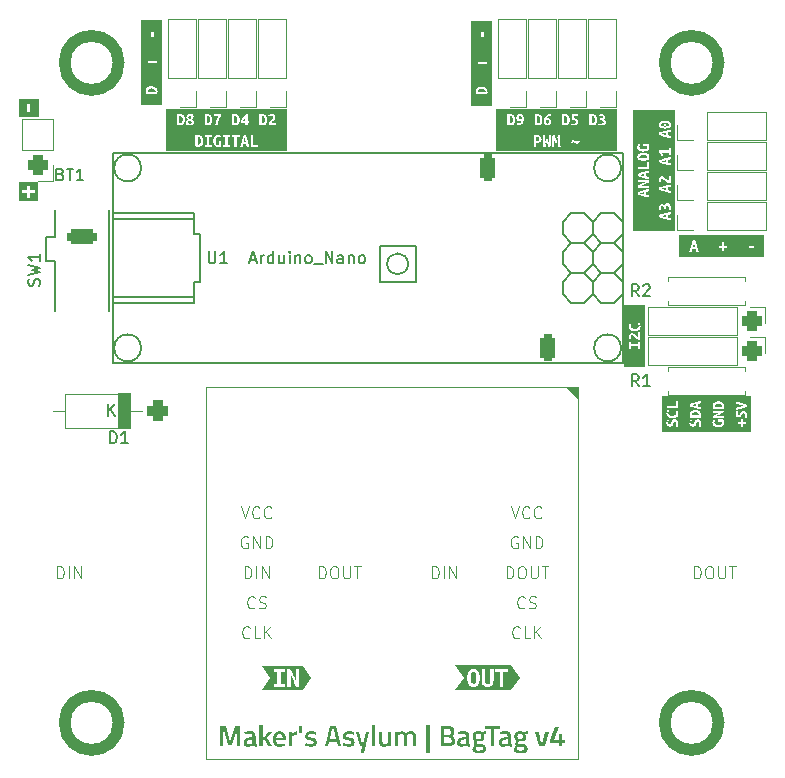
<source format=gbr>
%TF.GenerationSoftware,KiCad,Pcbnew,8.0.2-8.0.2-0~ubuntu22.04.1*%
%TF.CreationDate,2024-05-13T05:44:20+05:30*%
%TF.ProjectId,BagTag,42616754-6167-42e6-9b69-6361645f7063,v4*%
%TF.SameCoordinates,Original*%
%TF.FileFunction,Legend,Top*%
%TF.FilePolarity,Positive*%
%FSLAX46Y46*%
G04 Gerber Fmt 4.6, Leading zero omitted, Abs format (unit mm)*
G04 Created by KiCad (PCBNEW 8.0.2-8.0.2-0~ubuntu22.04.1) date 2024-05-13 05:44:20*
%MOMM*%
%LPD*%
G01*
G04 APERTURE LIST*
G04 Aperture macros list*
%AMRoundRect*
0 Rectangle with rounded corners*
0 $1 Rounding radius*
0 $2 $3 $4 $5 $6 $7 $8 $9 X,Y pos of 4 corners*
0 Add a 4 corners polygon primitive as box body*
4,1,4,$2,$3,$4,$5,$6,$7,$8,$9,$2,$3,0*
0 Add four circle primitives for the rounded corners*
1,1,$1+$1,$2,$3*
1,1,$1+$1,$4,$5*
1,1,$1+$1,$6,$7*
1,1,$1+$1,$8,$9*
0 Add four rect primitives between the rounded corners*
20,1,$1+$1,$2,$3,$4,$5,0*
20,1,$1+$1,$4,$5,$6,$7,0*
20,1,$1+$1,$6,$7,$8,$9,0*
20,1,$1+$1,$8,$9,$2,$3,0*%
%AMOutline5P*
0 Free polygon, 5 corners , with rotation*
0 The origin of the aperture is its center*
0 number of corners: always 5*
0 $1 to $10 corner X, Y*
0 $11 Rotation angle, in degrees counterclockwise*
0 create outline with 5 corners*
4,1,5,$1,$2,$3,$4,$5,$6,$7,$8,$9,$10,$1,$2,$11*%
%AMOutline6P*
0 Free polygon, 6 corners , with rotation*
0 The origin of the aperture is its center*
0 number of corners: always 6*
0 $1 to $12 corner X, Y*
0 $13 Rotation angle, in degrees counterclockwise*
0 create outline with 6 corners*
4,1,6,$1,$2,$3,$4,$5,$6,$7,$8,$9,$10,$11,$12,$1,$2,$13*%
%AMOutline7P*
0 Free polygon, 7 corners , with rotation*
0 The origin of the aperture is its center*
0 number of corners: always 7*
0 $1 to $14 corner X, Y*
0 $15 Rotation angle, in degrees counterclockwise*
0 create outline with 7 corners*
4,1,7,$1,$2,$3,$4,$5,$6,$7,$8,$9,$10,$11,$12,$13,$14,$1,$2,$15*%
%AMOutline8P*
0 Free polygon, 8 corners , with rotation*
0 The origin of the aperture is its center*
0 number of corners: always 8*
0 $1 to $16 corner X, Y*
0 $17 Rotation angle, in degrees counterclockwise*
0 create outline with 8 corners*
4,1,8,$1,$2,$3,$4,$5,$6,$7,$8,$9,$10,$11,$12,$13,$14,$15,$16,$1,$2,$17*%
G04 Aperture macros list end*
%ADD10C,1.016000*%
%ADD11C,0.150000*%
%ADD12C,0.100000*%
%ADD13C,0.120000*%
%ADD14C,0.000000*%
%ADD15C,0.160000*%
%ADD16RoundRect,0.425000X-0.425000X-0.425000X0.425000X-0.425000X0.425000X0.425000X-0.425000X0.425000X0*%
%ADD17O,1.700000X1.700000*%
%ADD18RoundRect,0.425000X-0.425000X0.425000X-0.425000X-0.425000X0.425000X-0.425000X0.425000X0.425000X0*%
%ADD19R,1.700000X1.700000*%
%ADD20RoundRect,0.444500X0.444500X0.444500X-0.444500X0.444500X-0.444500X-0.444500X0.444500X-0.444500X0*%
%ADD21O,1.778000X1.778000*%
%ADD22Outline8P,-0.850000X0.340000X-0.340000X0.850000X0.340000X0.850000X0.850000X0.340000X0.850000X-0.340000X0.340000X-0.850000X-0.340000X-0.850000X-0.850000X-0.340000X180.000000*%
%ADD23C,3.048000*%
%ADD24O,2.032000X1.524000*%
%ADD25C,1.600000*%
%ADD26O,1.600000X1.600000*%
%ADD27C,2.032000*%
%ADD28Outline8P,-1.143000X0.254000X-0.762000X0.635000X0.762000X0.635000X1.143000X0.254000X1.143000X-0.254000X0.762000X-0.635000X-0.762000X-0.635000X-1.143000X-0.254000X270.000000*%
%ADD29O,1.270000X2.286000*%
%ADD30RoundRect,0.317500X-0.317500X0.825500X-0.317500X-0.825500X0.317500X-0.825500X0.317500X0.825500X0*%
%ADD31O,3.302000X2.032000*%
%ADD32O,2.540000X1.270000*%
%ADD33RoundRect,0.317500X0.952500X-0.317500X0.952500X0.317500X-0.952500X0.317500X-0.952500X-0.317500X0*%
G04 APERTURE END LIST*
D10*
X56896000Y-105410000D02*
G75*
G02*
X52324000Y-105410000I-2286000J0D01*
G01*
X52324000Y-105410000D02*
G75*
G02*
X56896000Y-105410000I2286000J0D01*
G01*
X107696000Y-49530000D02*
G75*
G02*
X103124000Y-49530000I-2286000J0D01*
G01*
X103124000Y-49530000D02*
G75*
G02*
X107696000Y-49530000I2286000J0D01*
G01*
X107696000Y-105410000D02*
G75*
G02*
X103124000Y-105410000I-2286000J0D01*
G01*
X103124000Y-105410000D02*
G75*
G02*
X107696000Y-105410000I2286000J0D01*
G01*
X56896000Y-49530000D02*
G75*
G02*
X52324000Y-49530000I-2286000J0D01*
G01*
X52324000Y-49530000D02*
G75*
G02*
X56896000Y-49530000I2286000J0D01*
G01*
D11*
G36*
X65478232Y-107393741D02*
G01*
X65478232Y-105680136D01*
X65961133Y-105680136D01*
X66343719Y-107018537D01*
X66726306Y-105680136D01*
X67211813Y-105680136D01*
X67211813Y-107393741D01*
X66931712Y-107393741D01*
X66931712Y-105988029D01*
X66893931Y-105988029D01*
X66488763Y-107323824D01*
X66198675Y-107323824D01*
X65793507Y-105988029D01*
X65755726Y-105988029D01*
X65755726Y-107393741D01*
X65478232Y-107393741D01*
G37*
G36*
X68149603Y-106120440D02*
G01*
X68242087Y-106137458D01*
X68327056Y-106171397D01*
X68385628Y-106214714D01*
X68438986Y-106287691D01*
X68470112Y-106372805D01*
X68484341Y-106463919D01*
X68486811Y-106528253D01*
X68486811Y-107098441D01*
X68515472Y-107180083D01*
X68597114Y-107213521D01*
X68589732Y-107421099D01*
X68500172Y-107416673D01*
X68409268Y-107400775D01*
X68321601Y-107369069D01*
X68256651Y-107328601D01*
X68169110Y-107364643D01*
X68081278Y-107391832D01*
X67993155Y-107410169D01*
X67904741Y-107419654D01*
X67854089Y-107421099D01*
X67766761Y-107414891D01*
X67673975Y-107389668D01*
X67599383Y-107345044D01*
X67533887Y-107265884D01*
X67499320Y-107178575D01*
X67482946Y-107071865D01*
X67481569Y-107026353D01*
X67754208Y-107026353D01*
X67769093Y-107117269D01*
X67832952Y-107185119D01*
X67906635Y-107198756D01*
X67994415Y-107194035D01*
X68085787Y-107179872D01*
X68171970Y-107158804D01*
X68216699Y-107143605D01*
X68216699Y-106810959D01*
X67926611Y-106838317D01*
X67835695Y-106863211D01*
X67774580Y-106926155D01*
X67754376Y-107015705D01*
X67754208Y-107026353D01*
X67481569Y-107026353D01*
X67481490Y-107023748D01*
X67487814Y-106935212D01*
X67513505Y-106843016D01*
X67564591Y-106765307D01*
X67582674Y-106748425D01*
X67656558Y-106701843D01*
X67741256Y-106671232D01*
X67831020Y-106653020D01*
X67894041Y-106645938D01*
X68216699Y-106618145D01*
X68216699Y-106528253D01*
X68204320Y-106439043D01*
X68172838Y-106388420D01*
X68093422Y-106351977D01*
X68044296Y-106348033D01*
X67947839Y-106349613D01*
X67851486Y-106353671D01*
X67758985Y-106359270D01*
X67658836Y-106366780D01*
X67643905Y-106368009D01*
X67564000Y-106373221D01*
X67554012Y-106180407D01*
X67654740Y-106158418D01*
X67752383Y-106140978D01*
X67846942Y-106128087D01*
X67938417Y-106119746D01*
X68026809Y-106115955D01*
X68055587Y-106115702D01*
X68149603Y-106120440D01*
G37*
G36*
X69095215Y-107393741D02*
G01*
X68822497Y-107393741D01*
X68822497Y-105622813D01*
X69095215Y-105622813D01*
X69095215Y-106645938D01*
X69250247Y-106630739D01*
X69545546Y-106143061D01*
X69850834Y-106143061D01*
X69490395Y-106728448D01*
X69870810Y-107393741D01*
X69562917Y-107393741D01*
X69257629Y-106866110D01*
X69095215Y-106883481D01*
X69095215Y-107393741D01*
G37*
G36*
X70613427Y-106120737D02*
G01*
X70724175Y-106143111D01*
X70818515Y-106183386D01*
X70896449Y-106241560D01*
X70957975Y-106317634D01*
X71003094Y-106411608D01*
X71031807Y-106523482D01*
X71042574Y-106619134D01*
X71044625Y-106688496D01*
X71027254Y-106883481D01*
X70252093Y-106883481D01*
X70259600Y-106972318D01*
X70284841Y-107057651D01*
X70319404Y-107111035D01*
X70397930Y-107160610D01*
X70489834Y-107180087D01*
X70562158Y-107183557D01*
X70651589Y-107182634D01*
X70742269Y-107179866D01*
X70834197Y-107175252D01*
X70927373Y-107168792D01*
X70997290Y-107160975D01*
X71002501Y-107363776D01*
X70914932Y-107380290D01*
X70814047Y-107396412D01*
X70717742Y-107408504D01*
X70626017Y-107416565D01*
X70538873Y-107420595D01*
X70497018Y-107421099D01*
X70398438Y-107415740D01*
X70310821Y-107399664D01*
X70222454Y-107367363D01*
X70149008Y-107320474D01*
X70097930Y-107268673D01*
X70050720Y-107193237D01*
X70015106Y-107100305D01*
X69993808Y-107006723D01*
X69982568Y-106918918D01*
X69977243Y-106822187D01*
X69976770Y-106780994D01*
X69981092Y-106673297D01*
X70249488Y-106673297D01*
X70777118Y-106673297D01*
X70772446Y-106578030D01*
X70754048Y-106485478D01*
X70718058Y-106414476D01*
X70645158Y-106361486D01*
X70552957Y-106341804D01*
X70519166Y-106340651D01*
X70432010Y-106349836D01*
X70352164Y-106384376D01*
X70315496Y-106418384D01*
X70274015Y-106497745D01*
X70254590Y-106590760D01*
X70249488Y-106673297D01*
X69981092Y-106673297D01*
X69981541Y-106662099D01*
X69995854Y-106554899D01*
X70019709Y-106459393D01*
X70053105Y-106375582D01*
X70112477Y-106282025D01*
X70188813Y-106209259D01*
X70282112Y-106157283D01*
X70392374Y-106126097D01*
X70486203Y-106116352D01*
X70519600Y-106115702D01*
X70613427Y-106120737D01*
G37*
G36*
X71301275Y-107393741D02*
G01*
X71301275Y-106143061D01*
X71571387Y-106143061D01*
X71571387Y-106293316D01*
X71651167Y-106245128D01*
X71730918Y-106203810D01*
X71823921Y-106164289D01*
X71916883Y-106134119D01*
X71996531Y-106115702D01*
X71996531Y-106387986D01*
X71905478Y-106407810D01*
X71820410Y-106430045D01*
X71730517Y-106458408D01*
X71648441Y-106489919D01*
X71629144Y-106498289D01*
X71573992Y-106520870D01*
X71573992Y-107393741D01*
X71301275Y-107393741D01*
G37*
G36*
X72194555Y-106260746D02*
G01*
X72186738Y-105680136D01*
X72452074Y-105680136D01*
X72434703Y-106260746D01*
X72194555Y-106260746D01*
G37*
G36*
X73626757Y-106400579D02*
G01*
X73538452Y-106389070D01*
X73442982Y-106377833D01*
X73346072Y-106368274D01*
X73254401Y-106362032D01*
X73199007Y-106360627D01*
X73111028Y-106365024D01*
X73025279Y-106386306D01*
X73014879Y-106391894D01*
X72965438Y-106466784D01*
X72963636Y-106490906D01*
X72998093Y-106571959D01*
X73020091Y-106586010D01*
X73106509Y-106613662D01*
X73201334Y-106634324D01*
X73285426Y-106649847D01*
X73370993Y-106667611D01*
X73454534Y-106692798D01*
X73537587Y-106731610D01*
X73581594Y-106763624D01*
X73635049Y-106838514D01*
X73660748Y-106926766D01*
X73668972Y-107014284D01*
X73669315Y-107038513D01*
X73661417Y-107130739D01*
X73633650Y-107218792D01*
X73579350Y-107297130D01*
X73542944Y-107328601D01*
X73462655Y-107373314D01*
X73375829Y-107400775D01*
X73287923Y-107415318D01*
X73188878Y-107421009D01*
X73173820Y-107421099D01*
X73081725Y-107417733D01*
X72989193Y-107409088D01*
X72899990Y-107397160D01*
X72803097Y-107381160D01*
X72788628Y-107378541D01*
X72711329Y-107366382D01*
X72721317Y-107138393D01*
X72810999Y-107150028D01*
X72907812Y-107161387D01*
X73005865Y-107171050D01*
X73098282Y-107177360D01*
X73153844Y-107178780D01*
X73242698Y-107174200D01*
X73327543Y-107153844D01*
X73342749Y-107146210D01*
X73395675Y-107073417D01*
X73399203Y-107038513D01*
X73371385Y-106954521D01*
X73345354Y-106934724D01*
X73261856Y-106906709D01*
X73169507Y-106886760D01*
X73087402Y-106872190D01*
X72992352Y-106852838D01*
X72901643Y-106825292D01*
X72820998Y-106787515D01*
X72788628Y-106765795D01*
X72730674Y-106694549D01*
X72702812Y-106609426D01*
X72693617Y-106512801D01*
X72693524Y-106500894D01*
X72701721Y-106410594D01*
X72730538Y-106323606D01*
X72780102Y-106252076D01*
X72824672Y-106212977D01*
X72904526Y-106167004D01*
X72996060Y-106136077D01*
X73087228Y-106121217D01*
X73161661Y-106117874D01*
X73257324Y-106121068D01*
X73352048Y-106129272D01*
X73442412Y-106140591D01*
X73539758Y-106155775D01*
X73554235Y-106158260D01*
X73631534Y-106173025D01*
X73626757Y-106400579D01*
G37*
G36*
X75758992Y-107393741D02*
G01*
X75478892Y-107393741D01*
X75386394Y-107025919D01*
X74728484Y-107025919D01*
X74635986Y-107393741D01*
X74358057Y-107393741D01*
X74509303Y-106780994D01*
X74783202Y-106780994D01*
X75331242Y-106780994D01*
X75121059Y-105912901D01*
X74995991Y-105912901D01*
X74783202Y-106780994D01*
X74509303Y-106780994D01*
X74781030Y-105680136D01*
X75333848Y-105680136D01*
X75758992Y-107393741D01*
G37*
G36*
X76831624Y-106400579D02*
G01*
X76743319Y-106389070D01*
X76647848Y-106377833D01*
X76550938Y-106368274D01*
X76459268Y-106362032D01*
X76403874Y-106360627D01*
X76315895Y-106365024D01*
X76230146Y-106386306D01*
X76219746Y-106391894D01*
X76170305Y-106466784D01*
X76168503Y-106490906D01*
X76202960Y-106571959D01*
X76224957Y-106586010D01*
X76311375Y-106613662D01*
X76406201Y-106634324D01*
X76490293Y-106649847D01*
X76575859Y-106667611D01*
X76659401Y-106692798D01*
X76742454Y-106731610D01*
X76786460Y-106763624D01*
X76839916Y-106838514D01*
X76865615Y-106926766D01*
X76873839Y-107014284D01*
X76874182Y-107038513D01*
X76866284Y-107130739D01*
X76838517Y-107218792D01*
X76784217Y-107297130D01*
X76747811Y-107328601D01*
X76667521Y-107373314D01*
X76580696Y-107400775D01*
X76492790Y-107415318D01*
X76393745Y-107421009D01*
X76378687Y-107421099D01*
X76286592Y-107417733D01*
X76194060Y-107409088D01*
X76104856Y-107397160D01*
X76007964Y-107381160D01*
X75993495Y-107378541D01*
X75916196Y-107366382D01*
X75926184Y-107138393D01*
X76015865Y-107150028D01*
X76112679Y-107161387D01*
X76210732Y-107171050D01*
X76303149Y-107177360D01*
X76358711Y-107178780D01*
X76447565Y-107174200D01*
X76532409Y-107153844D01*
X76547615Y-107146210D01*
X76600541Y-107073417D01*
X76604070Y-107038513D01*
X76576251Y-106954521D01*
X76550221Y-106934724D01*
X76466723Y-106906709D01*
X76374374Y-106886760D01*
X76292268Y-106872190D01*
X76197219Y-106852838D01*
X76106509Y-106825292D01*
X76025865Y-106787515D01*
X75993495Y-106765795D01*
X75935541Y-106694549D01*
X75907678Y-106609426D01*
X75898484Y-106512801D01*
X75898391Y-106500894D01*
X75906588Y-106410594D01*
X75935404Y-106323606D01*
X75984969Y-106252076D01*
X76029539Y-106212977D01*
X76109393Y-106167004D01*
X76200927Y-106136077D01*
X76292095Y-106121217D01*
X76366527Y-106117874D01*
X76462191Y-106121068D01*
X76556915Y-106129272D01*
X76647279Y-106140591D01*
X76744625Y-106155775D01*
X76759102Y-106158260D01*
X76836401Y-106173025D01*
X76831624Y-106400579D01*
G37*
G36*
X76996644Y-106143061D02*
G01*
X77264585Y-106143061D01*
X77529486Y-107160975D01*
X77597231Y-107160975D01*
X77862132Y-106143061D01*
X78132244Y-106143061D01*
X77657159Y-107931359D01*
X77389653Y-107931359D01*
X77539474Y-107393741D01*
X77324513Y-107393741D01*
X76996644Y-106143061D01*
G37*
G36*
X78351547Y-107393741D02*
G01*
X78351547Y-105622813D01*
X78624265Y-105622813D01*
X78624265Y-107393741D01*
X78351547Y-107393741D01*
G37*
G36*
X79722952Y-106143061D02*
G01*
X79993498Y-106143061D01*
X79993498Y-107393741D01*
X79722952Y-107393741D01*
X79722952Y-107316007D01*
X79644465Y-107356956D01*
X79557972Y-107391439D01*
X79464755Y-107414531D01*
X79385529Y-107421099D01*
X79294929Y-107416229D01*
X79204319Y-107398236D01*
X79120662Y-107361439D01*
X79051918Y-107299344D01*
X79040289Y-107282569D01*
X79001911Y-107200032D01*
X78977325Y-107106393D01*
X78962934Y-107010221D01*
X78955652Y-106918858D01*
X78952654Y-106817296D01*
X78952568Y-106795759D01*
X78952568Y-106143061D01*
X79225286Y-106143061D01*
X79225286Y-106798365D01*
X79227073Y-106889905D01*
X79233492Y-106977219D01*
X79249940Y-107067140D01*
X79262632Y-107101481D01*
X79330964Y-107161795D01*
X79421258Y-107178478D01*
X79438075Y-107178780D01*
X79528258Y-107172827D01*
X79620552Y-107152756D01*
X79685605Y-107128405D01*
X79722952Y-107113640D01*
X79722952Y-106143061D01*
G37*
G36*
X80589308Y-107393741D02*
G01*
X80316591Y-107393741D01*
X80316591Y-106143061D01*
X80586703Y-106143061D01*
X80586703Y-106220794D01*
X80673637Y-106174816D01*
X80756826Y-106141975D01*
X80845936Y-106120731D01*
X80911966Y-106115702D01*
X81001541Y-106121562D01*
X81090171Y-106142610D01*
X81172362Y-106184587D01*
X81229847Y-106238165D01*
X81315089Y-106196546D01*
X81400147Y-106163539D01*
X81485022Y-106139142D01*
X81583811Y-106121562D01*
X81682350Y-106115702D01*
X81774597Y-106122352D01*
X81864448Y-106146236D01*
X81945677Y-106193870D01*
X82000231Y-106254667D01*
X82040699Y-106335901D01*
X82066624Y-106426619D01*
X82081800Y-106518964D01*
X82089478Y-106606205D01*
X82092639Y-106702797D01*
X82092730Y-106723237D01*
X82092730Y-107393741D01*
X81822617Y-107393741D01*
X81822617Y-106731054D01*
X81820039Y-106637009D01*
X81810974Y-106548792D01*
X81788735Y-106460131D01*
X81781362Y-106443137D01*
X81717851Y-106379300D01*
X81625765Y-106358354D01*
X81609828Y-106358021D01*
X81522969Y-106365105D01*
X81431102Y-106386357D01*
X81367075Y-106408396D01*
X81324517Y-106425767D01*
X81338469Y-106511607D01*
X81342934Y-106598500D01*
X81344748Y-106697108D01*
X81344927Y-106745819D01*
X81344927Y-107393741D01*
X81074381Y-107393741D01*
X81074381Y-106751030D01*
X81072469Y-106660152D01*
X81065602Y-106572424D01*
X81049996Y-106486963D01*
X81034429Y-106443137D01*
X80970701Y-106379300D01*
X80883908Y-106358769D01*
X80859420Y-106358021D01*
X80768062Y-106365105D01*
X80681589Y-106386357D01*
X80626655Y-106408396D01*
X80589308Y-106423161D01*
X80589308Y-107393741D01*
G37*
G36*
X82963428Y-107931359D02*
G01*
X82963428Y-105622813D01*
X83233541Y-105622813D01*
X83233541Y-107931359D01*
X82963428Y-107931359D01*
G37*
G36*
X84899280Y-105683876D02*
G01*
X84996831Y-105697695D01*
X85081706Y-105721696D01*
X85163185Y-105761594D01*
X85197716Y-105786530D01*
X85260692Y-105856373D01*
X85299369Y-105935240D01*
X85321761Y-106029902D01*
X85327995Y-106125690D01*
X85323245Y-106214638D01*
X85305006Y-106304693D01*
X85279357Y-106365838D01*
X85225994Y-106436562D01*
X85157091Y-106492112D01*
X85125628Y-106510882D01*
X85208864Y-106553844D01*
X85274879Y-106611401D01*
X85323672Y-106683553D01*
X85355245Y-106770301D01*
X85369596Y-106871643D01*
X85370553Y-106908668D01*
X85362037Y-107022357D01*
X85336490Y-107120887D01*
X85293912Y-107204259D01*
X85234302Y-107272472D01*
X85157662Y-107325527D01*
X85063990Y-107363423D01*
X84953286Y-107386161D01*
X84859082Y-107393267D01*
X84825552Y-107393741D01*
X84155048Y-107393741D01*
X84155048Y-107153593D01*
X84432543Y-107153593D01*
X84810352Y-107153593D01*
X84903889Y-107145532D01*
X84988470Y-107115751D01*
X85016628Y-107096270D01*
X85066188Y-107024088D01*
X85084597Y-106932356D01*
X85085676Y-106898680D01*
X85076182Y-106812201D01*
X85036641Y-106730933D01*
X85005337Y-106702393D01*
X84921648Y-106661871D01*
X84834915Y-106646820D01*
X84805575Y-106645938D01*
X84432543Y-106645938D01*
X84432543Y-107153593D01*
X84155048Y-107153593D01*
X84155048Y-106410567D01*
X84432543Y-106410567D01*
X84800364Y-106410567D01*
X84895968Y-106398494D01*
X84976476Y-106355129D01*
X85026315Y-106280225D01*
X85044765Y-106188813D01*
X85045723Y-106158260D01*
X85033505Y-106065533D01*
X84989617Y-105987447D01*
X84913811Y-105939108D01*
X84821297Y-105921213D01*
X84790376Y-105920283D01*
X84432543Y-105920283D01*
X84432543Y-106410567D01*
X84155048Y-106410567D01*
X84155048Y-105680136D01*
X84805575Y-105680136D01*
X84899280Y-105683876D01*
G37*
G36*
X86234084Y-106120440D02*
G01*
X86326568Y-106137458D01*
X86411537Y-106171397D01*
X86470108Y-106214714D01*
X86523467Y-106287691D01*
X86554593Y-106372805D01*
X86568822Y-106463919D01*
X86571292Y-106528253D01*
X86571292Y-107098441D01*
X86599953Y-107180083D01*
X86681595Y-107213521D01*
X86674212Y-107421099D01*
X86584653Y-107416673D01*
X86493749Y-107400775D01*
X86406082Y-107369069D01*
X86341132Y-107328601D01*
X86253591Y-107364643D01*
X86165759Y-107391832D01*
X86077636Y-107410169D01*
X85989222Y-107419654D01*
X85938570Y-107421099D01*
X85851242Y-107414891D01*
X85758456Y-107389668D01*
X85683864Y-107345044D01*
X85618368Y-107265884D01*
X85583801Y-107178575D01*
X85567427Y-107071865D01*
X85566050Y-107026353D01*
X85838689Y-107026353D01*
X85853574Y-107117269D01*
X85917433Y-107185119D01*
X85991116Y-107198756D01*
X86078896Y-107194035D01*
X86170268Y-107179872D01*
X86256451Y-107158804D01*
X86301180Y-107143605D01*
X86301180Y-106810959D01*
X86011092Y-106838317D01*
X85920176Y-106863211D01*
X85859061Y-106926155D01*
X85838857Y-107015705D01*
X85838689Y-107026353D01*
X85566050Y-107026353D01*
X85565971Y-107023748D01*
X85572295Y-106935212D01*
X85597986Y-106843016D01*
X85649072Y-106765307D01*
X85667155Y-106748425D01*
X85741039Y-106701843D01*
X85825737Y-106671232D01*
X85915501Y-106653020D01*
X85978522Y-106645938D01*
X86301180Y-106618145D01*
X86301180Y-106528253D01*
X86288801Y-106439043D01*
X86257319Y-106388420D01*
X86177903Y-106351977D01*
X86128777Y-106348033D01*
X86032320Y-106349613D01*
X85935967Y-106353671D01*
X85843466Y-106359270D01*
X85743317Y-106366780D01*
X85728386Y-106368009D01*
X85648481Y-106373221D01*
X85638493Y-106180407D01*
X85739220Y-106158418D01*
X85836864Y-106140978D01*
X85931423Y-106128087D01*
X86022898Y-106119746D01*
X86111290Y-106115955D01*
X86140068Y-106115702D01*
X86234084Y-106120440D01*
G37*
G36*
X87453811Y-106122030D02*
G01*
X87541927Y-106134501D01*
X87582258Y-106143061D01*
X87620039Y-106150443D01*
X88007837Y-106140455D01*
X88007837Y-106360627D01*
X87799824Y-106348033D01*
X87843687Y-106424252D01*
X87865188Y-106510361D01*
X87867569Y-106553440D01*
X87861647Y-106653363D01*
X87843880Y-106738823D01*
X87809071Y-106818782D01*
X87751419Y-106886156D01*
X87743804Y-106892166D01*
X87663194Y-106937509D01*
X87573084Y-106965356D01*
X87479989Y-106980104D01*
X87389608Y-106985600D01*
X87357309Y-106985967D01*
X87267986Y-106979871D01*
X87247441Y-106975979D01*
X87218998Y-107059505D01*
X87212265Y-107107561D01*
X87258297Y-107171397D01*
X87344681Y-107185564D01*
X87440023Y-107190159D01*
X87482377Y-107190939D01*
X87570757Y-107193588D01*
X87664721Y-107201608D01*
X87757673Y-107217641D01*
X87841921Y-107244769D01*
X87889717Y-107271278D01*
X87952516Y-107340739D01*
X87984508Y-107421846D01*
X87998296Y-107512281D01*
X88000020Y-107563972D01*
X87990758Y-107660053D01*
X87962972Y-107743323D01*
X87902190Y-107829395D01*
X87832724Y-107883841D01*
X87744735Y-107925476D01*
X87638222Y-107954300D01*
X87546180Y-107967512D01*
X87443719Y-107973517D01*
X87407250Y-107973917D01*
X87305596Y-107971184D01*
X87214294Y-107962986D01*
X87120857Y-107946513D01*
X87031324Y-107918578D01*
X86984711Y-107896184D01*
X86912116Y-107835404D01*
X86869769Y-107759381D01*
X86849200Y-107663160D01*
X86847049Y-107613912D01*
X86850546Y-107588725D01*
X87114556Y-107588725D01*
X87139204Y-107675135D01*
X87184472Y-107713793D01*
X87272277Y-107740911D01*
X87364443Y-107750246D01*
X87424620Y-107751574D01*
X87511819Y-107747354D01*
X87609067Y-107727269D01*
X87684738Y-107684059D01*
X87726120Y-107599666D01*
X87727302Y-107578737D01*
X87710264Y-107491699D01*
X87673453Y-107454972D01*
X87586551Y-107433906D01*
X87498187Y-107427328D01*
X87459796Y-107426310D01*
X87214871Y-107411111D01*
X87152416Y-107472668D01*
X87137138Y-107494924D01*
X87114644Y-107581946D01*
X87114556Y-107588725D01*
X86850546Y-107588725D01*
X86859673Y-107522987D01*
X86891779Y-107454972D01*
X86950730Y-107385815D01*
X87018933Y-107325629D01*
X87037257Y-107311230D01*
X86978033Y-107243591D01*
X86956036Y-107159191D01*
X86954747Y-107128405D01*
X86981040Y-107041553D01*
X87022058Y-106965991D01*
X87044639Y-106928644D01*
X86974417Y-106873879D01*
X86921443Y-106803820D01*
X86885715Y-106718467D01*
X86868820Y-106633134D01*
X86864420Y-106553440D01*
X87134532Y-106553440D01*
X87145088Y-106642415D01*
X87186290Y-106718943D01*
X87189684Y-106722369D01*
X87267279Y-106764047D01*
X87359709Y-106775731D01*
X87367297Y-106775783D01*
X87455474Y-106766968D01*
X87536609Y-106728837D01*
X87543609Y-106722369D01*
X87587150Y-106642415D01*
X87597457Y-106553440D01*
X87586901Y-106464465D01*
X87545699Y-106387937D01*
X87542306Y-106384511D01*
X87464710Y-106342495D01*
X87372280Y-106330715D01*
X87364692Y-106330663D01*
X87275010Y-106341323D01*
X87192072Y-106386357D01*
X87145546Y-106466635D01*
X87134532Y-106553440D01*
X86864420Y-106553440D01*
X86870883Y-106460591D01*
X86894095Y-106368575D01*
X86940389Y-106283029D01*
X86999476Y-106222965D01*
X87082968Y-106172164D01*
X87169814Y-106140965D01*
X87255556Y-106124442D01*
X87350400Y-106117976D01*
X87364692Y-106117874D01*
X87453811Y-106122030D01*
G37*
G36*
X87931406Y-105928100D02*
G01*
X87931406Y-105680136D01*
X89182086Y-105680136D01*
X89182086Y-105928100D01*
X88699184Y-105928100D01*
X88699184Y-107393741D01*
X88419084Y-107393741D01*
X88419084Y-105928100D01*
X87931406Y-105928100D01*
G37*
G36*
X89763780Y-106120440D02*
G01*
X89856264Y-106137458D01*
X89941233Y-106171397D01*
X89999805Y-106214714D01*
X90053163Y-106287691D01*
X90084289Y-106372805D01*
X90098518Y-106463919D01*
X90100988Y-106528253D01*
X90100988Y-107098441D01*
X90129649Y-107180083D01*
X90211291Y-107213521D01*
X90203908Y-107421099D01*
X90114349Y-107416673D01*
X90023445Y-107400775D01*
X89935778Y-107369069D01*
X89870828Y-107328601D01*
X89783287Y-107364643D01*
X89695455Y-107391832D01*
X89607332Y-107410169D01*
X89518918Y-107419654D01*
X89468266Y-107421099D01*
X89380938Y-107414891D01*
X89288152Y-107389668D01*
X89213560Y-107345044D01*
X89148064Y-107265884D01*
X89113497Y-107178575D01*
X89097123Y-107071865D01*
X89095746Y-107026353D01*
X89368385Y-107026353D01*
X89383270Y-107117269D01*
X89447129Y-107185119D01*
X89520812Y-107198756D01*
X89608592Y-107194035D01*
X89699964Y-107179872D01*
X89786147Y-107158804D01*
X89830876Y-107143605D01*
X89830876Y-106810959D01*
X89540788Y-106838317D01*
X89449872Y-106863211D01*
X89388757Y-106926155D01*
X89368553Y-107015705D01*
X89368385Y-107026353D01*
X89095746Y-107026353D01*
X89095667Y-107023748D01*
X89101991Y-106935212D01*
X89127682Y-106843016D01*
X89178768Y-106765307D01*
X89196851Y-106748425D01*
X89270735Y-106701843D01*
X89355433Y-106671232D01*
X89445197Y-106653020D01*
X89508218Y-106645938D01*
X89830876Y-106618145D01*
X89830876Y-106528253D01*
X89818497Y-106439043D01*
X89787015Y-106388420D01*
X89707599Y-106351977D01*
X89658473Y-106348033D01*
X89562016Y-106349613D01*
X89465663Y-106353671D01*
X89373162Y-106359270D01*
X89273013Y-106366780D01*
X89258082Y-106368009D01*
X89178177Y-106373221D01*
X89168189Y-106180407D01*
X89268917Y-106158418D01*
X89366560Y-106140978D01*
X89461119Y-106128087D01*
X89552594Y-106119746D01*
X89640986Y-106115955D01*
X89669764Y-106115702D01*
X89763780Y-106120440D01*
G37*
G36*
X90983507Y-106122030D02*
G01*
X91071624Y-106134501D01*
X91111954Y-106143061D01*
X91149735Y-106150443D01*
X91537533Y-106140455D01*
X91537533Y-106360627D01*
X91329520Y-106348033D01*
X91373383Y-106424252D01*
X91394884Y-106510361D01*
X91397265Y-106553440D01*
X91391343Y-106653363D01*
X91373576Y-106738823D01*
X91338767Y-106818782D01*
X91281115Y-106886156D01*
X91273500Y-106892166D01*
X91192890Y-106937509D01*
X91102780Y-106965356D01*
X91009685Y-106980104D01*
X90919304Y-106985600D01*
X90887005Y-106985967D01*
X90797682Y-106979871D01*
X90777137Y-106975979D01*
X90748694Y-107059505D01*
X90741961Y-107107561D01*
X90787993Y-107171397D01*
X90874377Y-107185564D01*
X90969719Y-107190159D01*
X91012073Y-107190939D01*
X91100453Y-107193588D01*
X91194417Y-107201608D01*
X91287369Y-107217641D01*
X91371617Y-107244769D01*
X91419413Y-107271278D01*
X91482212Y-107340739D01*
X91514204Y-107421846D01*
X91527992Y-107512281D01*
X91529716Y-107563972D01*
X91520454Y-107660053D01*
X91492668Y-107743323D01*
X91431886Y-107829395D01*
X91362420Y-107883841D01*
X91274431Y-107925476D01*
X91167918Y-107954300D01*
X91075876Y-107967512D01*
X90973415Y-107973517D01*
X90936946Y-107973917D01*
X90835292Y-107971184D01*
X90743990Y-107962986D01*
X90650553Y-107946513D01*
X90561020Y-107918578D01*
X90514407Y-107896184D01*
X90441812Y-107835404D01*
X90399465Y-107759381D01*
X90378896Y-107663160D01*
X90376745Y-107613912D01*
X90380242Y-107588725D01*
X90644252Y-107588725D01*
X90668900Y-107675135D01*
X90714168Y-107713793D01*
X90801973Y-107740911D01*
X90894139Y-107750246D01*
X90954316Y-107751574D01*
X91041515Y-107747354D01*
X91138763Y-107727269D01*
X91214434Y-107684059D01*
X91255816Y-107599666D01*
X91256998Y-107578737D01*
X91239960Y-107491699D01*
X91203149Y-107454972D01*
X91116247Y-107433906D01*
X91027883Y-107427328D01*
X90989492Y-107426310D01*
X90744567Y-107411111D01*
X90682112Y-107472668D01*
X90666834Y-107494924D01*
X90644340Y-107581946D01*
X90644252Y-107588725D01*
X90380242Y-107588725D01*
X90389369Y-107522987D01*
X90421475Y-107454972D01*
X90480426Y-107385815D01*
X90548629Y-107325629D01*
X90566953Y-107311230D01*
X90507729Y-107243591D01*
X90485732Y-107159191D01*
X90484443Y-107128405D01*
X90510736Y-107041553D01*
X90551754Y-106965991D01*
X90574335Y-106928644D01*
X90504113Y-106873879D01*
X90451139Y-106803820D01*
X90415411Y-106718467D01*
X90398516Y-106633134D01*
X90394116Y-106553440D01*
X90664228Y-106553440D01*
X90674784Y-106642415D01*
X90715986Y-106718943D01*
X90719380Y-106722369D01*
X90796975Y-106764047D01*
X90889405Y-106775731D01*
X90896993Y-106775783D01*
X90985170Y-106766968D01*
X91066305Y-106728837D01*
X91073305Y-106722369D01*
X91116846Y-106642415D01*
X91127153Y-106553440D01*
X91116597Y-106464465D01*
X91075395Y-106387937D01*
X91072002Y-106384511D01*
X90994406Y-106342495D01*
X90901976Y-106330715D01*
X90894388Y-106330663D01*
X90804706Y-106341323D01*
X90721768Y-106386357D01*
X90675242Y-106466635D01*
X90664228Y-106553440D01*
X90394116Y-106553440D01*
X90400579Y-106460591D01*
X90423791Y-106368575D01*
X90470085Y-106283029D01*
X90529172Y-106222965D01*
X90612664Y-106172164D01*
X90699510Y-106140965D01*
X90785252Y-106124442D01*
X90880096Y-106117976D01*
X90894388Y-106117874D01*
X90983507Y-106122030D01*
G37*
G36*
X92172426Y-106143061D02*
G01*
X92457738Y-106143061D01*
X92697885Y-107160975D01*
X92777790Y-107160975D01*
X93027926Y-106143061D01*
X93305855Y-106143061D01*
X92980591Y-107393741D01*
X92495084Y-107393741D01*
X92172426Y-106143061D01*
G37*
G36*
X94189147Y-107393741D02*
G01*
X94189147Y-107098441D01*
X93446122Y-107098441D01*
X93446122Y-106886086D01*
X93881688Y-105742670D01*
X94189147Y-105742670D01*
X93728828Y-106856122D01*
X94189147Y-106856122D01*
X94189147Y-106370615D01*
X94469247Y-106370615D01*
X94469247Y-106856122D01*
X94649467Y-106856122D01*
X94649467Y-107098441D01*
X94469247Y-107098441D01*
X94469247Y-107393741D01*
X94189147Y-107393741D01*
G37*
X51970085Y-58960609D02*
X52112942Y-59008228D01*
X52112942Y-59008228D02*
X52160561Y-59055847D01*
X52160561Y-59055847D02*
X52208180Y-59151085D01*
X52208180Y-59151085D02*
X52208180Y-59293942D01*
X52208180Y-59293942D02*
X52160561Y-59389180D01*
X52160561Y-59389180D02*
X52112942Y-59436800D01*
X52112942Y-59436800D02*
X52017704Y-59484419D01*
X52017704Y-59484419D02*
X51636752Y-59484419D01*
X51636752Y-59484419D02*
X51636752Y-58484419D01*
X51636752Y-58484419D02*
X51970085Y-58484419D01*
X51970085Y-58484419D02*
X52065323Y-58532038D01*
X52065323Y-58532038D02*
X52112942Y-58579657D01*
X52112942Y-58579657D02*
X52160561Y-58674895D01*
X52160561Y-58674895D02*
X52160561Y-58770133D01*
X52160561Y-58770133D02*
X52112942Y-58865371D01*
X52112942Y-58865371D02*
X52065323Y-58912990D01*
X52065323Y-58912990D02*
X51970085Y-58960609D01*
X51970085Y-58960609D02*
X51636752Y-58960609D01*
X52493895Y-58484419D02*
X53065323Y-58484419D01*
X52779609Y-59484419D02*
X52779609Y-58484419D01*
X53922466Y-59484419D02*
X53351038Y-59484419D01*
X53636752Y-59484419D02*
X53636752Y-58484419D01*
X53636752Y-58484419D02*
X53541514Y-58627276D01*
X53541514Y-58627276D02*
X53446276Y-58722514D01*
X53446276Y-58722514D02*
X53351038Y-58770133D01*
X56157905Y-81734819D02*
X56157905Y-80734819D01*
X56157905Y-80734819D02*
X56396000Y-80734819D01*
X56396000Y-80734819D02*
X56538857Y-80782438D01*
X56538857Y-80782438D02*
X56634095Y-80877676D01*
X56634095Y-80877676D02*
X56681714Y-80972914D01*
X56681714Y-80972914D02*
X56729333Y-81163390D01*
X56729333Y-81163390D02*
X56729333Y-81306247D01*
X56729333Y-81306247D02*
X56681714Y-81496723D01*
X56681714Y-81496723D02*
X56634095Y-81591961D01*
X56634095Y-81591961D02*
X56538857Y-81687200D01*
X56538857Y-81687200D02*
X56396000Y-81734819D01*
X56396000Y-81734819D02*
X56157905Y-81734819D01*
X57681714Y-81734819D02*
X57110286Y-81734819D01*
X57396000Y-81734819D02*
X57396000Y-80734819D01*
X57396000Y-80734819D02*
X57300762Y-80877676D01*
X57300762Y-80877676D02*
X57205524Y-80972914D01*
X57205524Y-80972914D02*
X57110286Y-81020533D01*
X55999095Y-79448819D02*
X55999095Y-78448819D01*
X56570523Y-79448819D02*
X56141952Y-78877390D01*
X56570523Y-78448819D02*
X55999095Y-79020247D01*
D12*
X83431191Y-93167419D02*
X83431191Y-92167419D01*
X83431191Y-92167419D02*
X83669286Y-92167419D01*
X83669286Y-92167419D02*
X83812143Y-92215038D01*
X83812143Y-92215038D02*
X83907381Y-92310276D01*
X83907381Y-92310276D02*
X83955000Y-92405514D01*
X83955000Y-92405514D02*
X84002619Y-92595990D01*
X84002619Y-92595990D02*
X84002619Y-92738847D01*
X84002619Y-92738847D02*
X83955000Y-92929323D01*
X83955000Y-92929323D02*
X83907381Y-93024561D01*
X83907381Y-93024561D02*
X83812143Y-93119800D01*
X83812143Y-93119800D02*
X83669286Y-93167419D01*
X83669286Y-93167419D02*
X83431191Y-93167419D01*
X84431191Y-93167419D02*
X84431191Y-92167419D01*
X84907381Y-93167419D02*
X84907381Y-92167419D01*
X84907381Y-92167419D02*
X85478809Y-93167419D01*
X85478809Y-93167419D02*
X85478809Y-92167419D01*
X105624524Y-93167419D02*
X105624524Y-92167419D01*
X105624524Y-92167419D02*
X105862619Y-92167419D01*
X105862619Y-92167419D02*
X106005476Y-92215038D01*
X106005476Y-92215038D02*
X106100714Y-92310276D01*
X106100714Y-92310276D02*
X106148333Y-92405514D01*
X106148333Y-92405514D02*
X106195952Y-92595990D01*
X106195952Y-92595990D02*
X106195952Y-92738847D01*
X106195952Y-92738847D02*
X106148333Y-92929323D01*
X106148333Y-92929323D02*
X106100714Y-93024561D01*
X106100714Y-93024561D02*
X106005476Y-93119800D01*
X106005476Y-93119800D02*
X105862619Y-93167419D01*
X105862619Y-93167419D02*
X105624524Y-93167419D01*
X106815000Y-92167419D02*
X107005476Y-92167419D01*
X107005476Y-92167419D02*
X107100714Y-92215038D01*
X107100714Y-92215038D02*
X107195952Y-92310276D01*
X107195952Y-92310276D02*
X107243571Y-92500752D01*
X107243571Y-92500752D02*
X107243571Y-92834085D01*
X107243571Y-92834085D02*
X107195952Y-93024561D01*
X107195952Y-93024561D02*
X107100714Y-93119800D01*
X107100714Y-93119800D02*
X107005476Y-93167419D01*
X107005476Y-93167419D02*
X106815000Y-93167419D01*
X106815000Y-93167419D02*
X106719762Y-93119800D01*
X106719762Y-93119800D02*
X106624524Y-93024561D01*
X106624524Y-93024561D02*
X106576905Y-92834085D01*
X106576905Y-92834085D02*
X106576905Y-92500752D01*
X106576905Y-92500752D02*
X106624524Y-92310276D01*
X106624524Y-92310276D02*
X106719762Y-92215038D01*
X106719762Y-92215038D02*
X106815000Y-92167419D01*
X107672143Y-92167419D02*
X107672143Y-92976942D01*
X107672143Y-92976942D02*
X107719762Y-93072180D01*
X107719762Y-93072180D02*
X107767381Y-93119800D01*
X107767381Y-93119800D02*
X107862619Y-93167419D01*
X107862619Y-93167419D02*
X108053095Y-93167419D01*
X108053095Y-93167419D02*
X108148333Y-93119800D01*
X108148333Y-93119800D02*
X108195952Y-93072180D01*
X108195952Y-93072180D02*
X108243571Y-92976942D01*
X108243571Y-92976942D02*
X108243571Y-92167419D01*
X108576905Y-92167419D02*
X109148333Y-92167419D01*
X108862619Y-93167419D02*
X108862619Y-92167419D01*
X67556191Y-93167419D02*
X67556191Y-92167419D01*
X67556191Y-92167419D02*
X67794286Y-92167419D01*
X67794286Y-92167419D02*
X67937143Y-92215038D01*
X67937143Y-92215038D02*
X68032381Y-92310276D01*
X68032381Y-92310276D02*
X68080000Y-92405514D01*
X68080000Y-92405514D02*
X68127619Y-92595990D01*
X68127619Y-92595990D02*
X68127619Y-92738847D01*
X68127619Y-92738847D02*
X68080000Y-92929323D01*
X68080000Y-92929323D02*
X68032381Y-93024561D01*
X68032381Y-93024561D02*
X67937143Y-93119800D01*
X67937143Y-93119800D02*
X67794286Y-93167419D01*
X67794286Y-93167419D02*
X67556191Y-93167419D01*
X68556191Y-93167419D02*
X68556191Y-92167419D01*
X69032381Y-93167419D02*
X69032381Y-92167419D01*
X69032381Y-92167419D02*
X69603809Y-93167419D01*
X69603809Y-93167419D02*
X69603809Y-92167419D01*
X90106667Y-87087419D02*
X90440000Y-88087419D01*
X90440000Y-88087419D02*
X90773333Y-87087419D01*
X91678095Y-87992180D02*
X91630476Y-88039800D01*
X91630476Y-88039800D02*
X91487619Y-88087419D01*
X91487619Y-88087419D02*
X91392381Y-88087419D01*
X91392381Y-88087419D02*
X91249524Y-88039800D01*
X91249524Y-88039800D02*
X91154286Y-87944561D01*
X91154286Y-87944561D02*
X91106667Y-87849323D01*
X91106667Y-87849323D02*
X91059048Y-87658847D01*
X91059048Y-87658847D02*
X91059048Y-87515990D01*
X91059048Y-87515990D02*
X91106667Y-87325514D01*
X91106667Y-87325514D02*
X91154286Y-87230276D01*
X91154286Y-87230276D02*
X91249524Y-87135038D01*
X91249524Y-87135038D02*
X91392381Y-87087419D01*
X91392381Y-87087419D02*
X91487619Y-87087419D01*
X91487619Y-87087419D02*
X91630476Y-87135038D01*
X91630476Y-87135038D02*
X91678095Y-87182657D01*
X92678095Y-87992180D02*
X92630476Y-88039800D01*
X92630476Y-88039800D02*
X92487619Y-88087419D01*
X92487619Y-88087419D02*
X92392381Y-88087419D01*
X92392381Y-88087419D02*
X92249524Y-88039800D01*
X92249524Y-88039800D02*
X92154286Y-87944561D01*
X92154286Y-87944561D02*
X92106667Y-87849323D01*
X92106667Y-87849323D02*
X92059048Y-87658847D01*
X92059048Y-87658847D02*
X92059048Y-87515990D01*
X92059048Y-87515990D02*
X92106667Y-87325514D01*
X92106667Y-87325514D02*
X92154286Y-87230276D01*
X92154286Y-87230276D02*
X92249524Y-87135038D01*
X92249524Y-87135038D02*
X92392381Y-87087419D01*
X92392381Y-87087419D02*
X92487619Y-87087419D01*
X92487619Y-87087419D02*
X92630476Y-87135038D01*
X92630476Y-87135038D02*
X92678095Y-87182657D01*
X91273333Y-95612180D02*
X91225714Y-95659800D01*
X91225714Y-95659800D02*
X91082857Y-95707419D01*
X91082857Y-95707419D02*
X90987619Y-95707419D01*
X90987619Y-95707419D02*
X90844762Y-95659800D01*
X90844762Y-95659800D02*
X90749524Y-95564561D01*
X90749524Y-95564561D02*
X90701905Y-95469323D01*
X90701905Y-95469323D02*
X90654286Y-95278847D01*
X90654286Y-95278847D02*
X90654286Y-95135990D01*
X90654286Y-95135990D02*
X90701905Y-94945514D01*
X90701905Y-94945514D02*
X90749524Y-94850276D01*
X90749524Y-94850276D02*
X90844762Y-94755038D01*
X90844762Y-94755038D02*
X90987619Y-94707419D01*
X90987619Y-94707419D02*
X91082857Y-94707419D01*
X91082857Y-94707419D02*
X91225714Y-94755038D01*
X91225714Y-94755038D02*
X91273333Y-94802657D01*
X91654286Y-95659800D02*
X91797143Y-95707419D01*
X91797143Y-95707419D02*
X92035238Y-95707419D01*
X92035238Y-95707419D02*
X92130476Y-95659800D01*
X92130476Y-95659800D02*
X92178095Y-95612180D01*
X92178095Y-95612180D02*
X92225714Y-95516942D01*
X92225714Y-95516942D02*
X92225714Y-95421704D01*
X92225714Y-95421704D02*
X92178095Y-95326466D01*
X92178095Y-95326466D02*
X92130476Y-95278847D01*
X92130476Y-95278847D02*
X92035238Y-95231228D01*
X92035238Y-95231228D02*
X91844762Y-95183609D01*
X91844762Y-95183609D02*
X91749524Y-95135990D01*
X91749524Y-95135990D02*
X91701905Y-95088371D01*
X91701905Y-95088371D02*
X91654286Y-94993133D01*
X91654286Y-94993133D02*
X91654286Y-94897895D01*
X91654286Y-94897895D02*
X91701905Y-94802657D01*
X91701905Y-94802657D02*
X91749524Y-94755038D01*
X91749524Y-94755038D02*
X91844762Y-94707419D01*
X91844762Y-94707419D02*
X92082857Y-94707419D01*
X92082857Y-94707419D02*
X92225714Y-94755038D01*
X68413333Y-95612180D02*
X68365714Y-95659800D01*
X68365714Y-95659800D02*
X68222857Y-95707419D01*
X68222857Y-95707419D02*
X68127619Y-95707419D01*
X68127619Y-95707419D02*
X67984762Y-95659800D01*
X67984762Y-95659800D02*
X67889524Y-95564561D01*
X67889524Y-95564561D02*
X67841905Y-95469323D01*
X67841905Y-95469323D02*
X67794286Y-95278847D01*
X67794286Y-95278847D02*
X67794286Y-95135990D01*
X67794286Y-95135990D02*
X67841905Y-94945514D01*
X67841905Y-94945514D02*
X67889524Y-94850276D01*
X67889524Y-94850276D02*
X67984762Y-94755038D01*
X67984762Y-94755038D02*
X68127619Y-94707419D01*
X68127619Y-94707419D02*
X68222857Y-94707419D01*
X68222857Y-94707419D02*
X68365714Y-94755038D01*
X68365714Y-94755038D02*
X68413333Y-94802657D01*
X68794286Y-95659800D02*
X68937143Y-95707419D01*
X68937143Y-95707419D02*
X69175238Y-95707419D01*
X69175238Y-95707419D02*
X69270476Y-95659800D01*
X69270476Y-95659800D02*
X69318095Y-95612180D01*
X69318095Y-95612180D02*
X69365714Y-95516942D01*
X69365714Y-95516942D02*
X69365714Y-95421704D01*
X69365714Y-95421704D02*
X69318095Y-95326466D01*
X69318095Y-95326466D02*
X69270476Y-95278847D01*
X69270476Y-95278847D02*
X69175238Y-95231228D01*
X69175238Y-95231228D02*
X68984762Y-95183609D01*
X68984762Y-95183609D02*
X68889524Y-95135990D01*
X68889524Y-95135990D02*
X68841905Y-95088371D01*
X68841905Y-95088371D02*
X68794286Y-94993133D01*
X68794286Y-94993133D02*
X68794286Y-94897895D01*
X68794286Y-94897895D02*
X68841905Y-94802657D01*
X68841905Y-94802657D02*
X68889524Y-94755038D01*
X68889524Y-94755038D02*
X68984762Y-94707419D01*
X68984762Y-94707419D02*
X69222857Y-94707419D01*
X69222857Y-94707419D02*
X69365714Y-94755038D01*
X90678095Y-89675038D02*
X90582857Y-89627419D01*
X90582857Y-89627419D02*
X90440000Y-89627419D01*
X90440000Y-89627419D02*
X90297143Y-89675038D01*
X90297143Y-89675038D02*
X90201905Y-89770276D01*
X90201905Y-89770276D02*
X90154286Y-89865514D01*
X90154286Y-89865514D02*
X90106667Y-90055990D01*
X90106667Y-90055990D02*
X90106667Y-90198847D01*
X90106667Y-90198847D02*
X90154286Y-90389323D01*
X90154286Y-90389323D02*
X90201905Y-90484561D01*
X90201905Y-90484561D02*
X90297143Y-90579800D01*
X90297143Y-90579800D02*
X90440000Y-90627419D01*
X90440000Y-90627419D02*
X90535238Y-90627419D01*
X90535238Y-90627419D02*
X90678095Y-90579800D01*
X90678095Y-90579800D02*
X90725714Y-90532180D01*
X90725714Y-90532180D02*
X90725714Y-90198847D01*
X90725714Y-90198847D02*
X90535238Y-90198847D01*
X91154286Y-90627419D02*
X91154286Y-89627419D01*
X91154286Y-89627419D02*
X91725714Y-90627419D01*
X91725714Y-90627419D02*
X91725714Y-89627419D01*
X92201905Y-90627419D02*
X92201905Y-89627419D01*
X92201905Y-89627419D02*
X92440000Y-89627419D01*
X92440000Y-89627419D02*
X92582857Y-89675038D01*
X92582857Y-89675038D02*
X92678095Y-89770276D01*
X92678095Y-89770276D02*
X92725714Y-89865514D01*
X92725714Y-89865514D02*
X92773333Y-90055990D01*
X92773333Y-90055990D02*
X92773333Y-90198847D01*
X92773333Y-90198847D02*
X92725714Y-90389323D01*
X92725714Y-90389323D02*
X92678095Y-90484561D01*
X92678095Y-90484561D02*
X92582857Y-90579800D01*
X92582857Y-90579800D02*
X92440000Y-90627419D01*
X92440000Y-90627419D02*
X92201905Y-90627419D01*
X89749524Y-93167419D02*
X89749524Y-92167419D01*
X89749524Y-92167419D02*
X89987619Y-92167419D01*
X89987619Y-92167419D02*
X90130476Y-92215038D01*
X90130476Y-92215038D02*
X90225714Y-92310276D01*
X90225714Y-92310276D02*
X90273333Y-92405514D01*
X90273333Y-92405514D02*
X90320952Y-92595990D01*
X90320952Y-92595990D02*
X90320952Y-92738847D01*
X90320952Y-92738847D02*
X90273333Y-92929323D01*
X90273333Y-92929323D02*
X90225714Y-93024561D01*
X90225714Y-93024561D02*
X90130476Y-93119800D01*
X90130476Y-93119800D02*
X89987619Y-93167419D01*
X89987619Y-93167419D02*
X89749524Y-93167419D01*
X90940000Y-92167419D02*
X91130476Y-92167419D01*
X91130476Y-92167419D02*
X91225714Y-92215038D01*
X91225714Y-92215038D02*
X91320952Y-92310276D01*
X91320952Y-92310276D02*
X91368571Y-92500752D01*
X91368571Y-92500752D02*
X91368571Y-92834085D01*
X91368571Y-92834085D02*
X91320952Y-93024561D01*
X91320952Y-93024561D02*
X91225714Y-93119800D01*
X91225714Y-93119800D02*
X91130476Y-93167419D01*
X91130476Y-93167419D02*
X90940000Y-93167419D01*
X90940000Y-93167419D02*
X90844762Y-93119800D01*
X90844762Y-93119800D02*
X90749524Y-93024561D01*
X90749524Y-93024561D02*
X90701905Y-92834085D01*
X90701905Y-92834085D02*
X90701905Y-92500752D01*
X90701905Y-92500752D02*
X90749524Y-92310276D01*
X90749524Y-92310276D02*
X90844762Y-92215038D01*
X90844762Y-92215038D02*
X90940000Y-92167419D01*
X91797143Y-92167419D02*
X91797143Y-92976942D01*
X91797143Y-92976942D02*
X91844762Y-93072180D01*
X91844762Y-93072180D02*
X91892381Y-93119800D01*
X91892381Y-93119800D02*
X91987619Y-93167419D01*
X91987619Y-93167419D02*
X92178095Y-93167419D01*
X92178095Y-93167419D02*
X92273333Y-93119800D01*
X92273333Y-93119800D02*
X92320952Y-93072180D01*
X92320952Y-93072180D02*
X92368571Y-92976942D01*
X92368571Y-92976942D02*
X92368571Y-92167419D01*
X92701905Y-92167419D02*
X93273333Y-92167419D01*
X92987619Y-93167419D02*
X92987619Y-92167419D01*
X67818095Y-89675038D02*
X67722857Y-89627419D01*
X67722857Y-89627419D02*
X67580000Y-89627419D01*
X67580000Y-89627419D02*
X67437143Y-89675038D01*
X67437143Y-89675038D02*
X67341905Y-89770276D01*
X67341905Y-89770276D02*
X67294286Y-89865514D01*
X67294286Y-89865514D02*
X67246667Y-90055990D01*
X67246667Y-90055990D02*
X67246667Y-90198847D01*
X67246667Y-90198847D02*
X67294286Y-90389323D01*
X67294286Y-90389323D02*
X67341905Y-90484561D01*
X67341905Y-90484561D02*
X67437143Y-90579800D01*
X67437143Y-90579800D02*
X67580000Y-90627419D01*
X67580000Y-90627419D02*
X67675238Y-90627419D01*
X67675238Y-90627419D02*
X67818095Y-90579800D01*
X67818095Y-90579800D02*
X67865714Y-90532180D01*
X67865714Y-90532180D02*
X67865714Y-90198847D01*
X67865714Y-90198847D02*
X67675238Y-90198847D01*
X68294286Y-90627419D02*
X68294286Y-89627419D01*
X68294286Y-89627419D02*
X68865714Y-90627419D01*
X68865714Y-90627419D02*
X68865714Y-89627419D01*
X69341905Y-90627419D02*
X69341905Y-89627419D01*
X69341905Y-89627419D02*
X69580000Y-89627419D01*
X69580000Y-89627419D02*
X69722857Y-89675038D01*
X69722857Y-89675038D02*
X69818095Y-89770276D01*
X69818095Y-89770276D02*
X69865714Y-89865514D01*
X69865714Y-89865514D02*
X69913333Y-90055990D01*
X69913333Y-90055990D02*
X69913333Y-90198847D01*
X69913333Y-90198847D02*
X69865714Y-90389323D01*
X69865714Y-90389323D02*
X69818095Y-90484561D01*
X69818095Y-90484561D02*
X69722857Y-90579800D01*
X69722857Y-90579800D02*
X69580000Y-90627419D01*
X69580000Y-90627419D02*
X69341905Y-90627419D01*
X67246667Y-87087419D02*
X67580000Y-88087419D01*
X67580000Y-88087419D02*
X67913333Y-87087419D01*
X68818095Y-87992180D02*
X68770476Y-88039800D01*
X68770476Y-88039800D02*
X68627619Y-88087419D01*
X68627619Y-88087419D02*
X68532381Y-88087419D01*
X68532381Y-88087419D02*
X68389524Y-88039800D01*
X68389524Y-88039800D02*
X68294286Y-87944561D01*
X68294286Y-87944561D02*
X68246667Y-87849323D01*
X68246667Y-87849323D02*
X68199048Y-87658847D01*
X68199048Y-87658847D02*
X68199048Y-87515990D01*
X68199048Y-87515990D02*
X68246667Y-87325514D01*
X68246667Y-87325514D02*
X68294286Y-87230276D01*
X68294286Y-87230276D02*
X68389524Y-87135038D01*
X68389524Y-87135038D02*
X68532381Y-87087419D01*
X68532381Y-87087419D02*
X68627619Y-87087419D01*
X68627619Y-87087419D02*
X68770476Y-87135038D01*
X68770476Y-87135038D02*
X68818095Y-87182657D01*
X69818095Y-87992180D02*
X69770476Y-88039800D01*
X69770476Y-88039800D02*
X69627619Y-88087419D01*
X69627619Y-88087419D02*
X69532381Y-88087419D01*
X69532381Y-88087419D02*
X69389524Y-88039800D01*
X69389524Y-88039800D02*
X69294286Y-87944561D01*
X69294286Y-87944561D02*
X69246667Y-87849323D01*
X69246667Y-87849323D02*
X69199048Y-87658847D01*
X69199048Y-87658847D02*
X69199048Y-87515990D01*
X69199048Y-87515990D02*
X69246667Y-87325514D01*
X69246667Y-87325514D02*
X69294286Y-87230276D01*
X69294286Y-87230276D02*
X69389524Y-87135038D01*
X69389524Y-87135038D02*
X69532381Y-87087419D01*
X69532381Y-87087419D02*
X69627619Y-87087419D01*
X69627619Y-87087419D02*
X69770476Y-87135038D01*
X69770476Y-87135038D02*
X69818095Y-87182657D01*
X67984761Y-98152180D02*
X67937142Y-98199800D01*
X67937142Y-98199800D02*
X67794285Y-98247419D01*
X67794285Y-98247419D02*
X67699047Y-98247419D01*
X67699047Y-98247419D02*
X67556190Y-98199800D01*
X67556190Y-98199800D02*
X67460952Y-98104561D01*
X67460952Y-98104561D02*
X67413333Y-98009323D01*
X67413333Y-98009323D02*
X67365714Y-97818847D01*
X67365714Y-97818847D02*
X67365714Y-97675990D01*
X67365714Y-97675990D02*
X67413333Y-97485514D01*
X67413333Y-97485514D02*
X67460952Y-97390276D01*
X67460952Y-97390276D02*
X67556190Y-97295038D01*
X67556190Y-97295038D02*
X67699047Y-97247419D01*
X67699047Y-97247419D02*
X67794285Y-97247419D01*
X67794285Y-97247419D02*
X67937142Y-97295038D01*
X67937142Y-97295038D02*
X67984761Y-97342657D01*
X68889523Y-98247419D02*
X68413333Y-98247419D01*
X68413333Y-98247419D02*
X68413333Y-97247419D01*
X69222857Y-98247419D02*
X69222857Y-97247419D01*
X69794285Y-98247419D02*
X69365714Y-97675990D01*
X69794285Y-97247419D02*
X69222857Y-97818847D01*
X90844761Y-98152180D02*
X90797142Y-98199800D01*
X90797142Y-98199800D02*
X90654285Y-98247419D01*
X90654285Y-98247419D02*
X90559047Y-98247419D01*
X90559047Y-98247419D02*
X90416190Y-98199800D01*
X90416190Y-98199800D02*
X90320952Y-98104561D01*
X90320952Y-98104561D02*
X90273333Y-98009323D01*
X90273333Y-98009323D02*
X90225714Y-97818847D01*
X90225714Y-97818847D02*
X90225714Y-97675990D01*
X90225714Y-97675990D02*
X90273333Y-97485514D01*
X90273333Y-97485514D02*
X90320952Y-97390276D01*
X90320952Y-97390276D02*
X90416190Y-97295038D01*
X90416190Y-97295038D02*
X90559047Y-97247419D01*
X90559047Y-97247419D02*
X90654285Y-97247419D01*
X90654285Y-97247419D02*
X90797142Y-97295038D01*
X90797142Y-97295038D02*
X90844761Y-97342657D01*
X91749523Y-98247419D02*
X91273333Y-98247419D01*
X91273333Y-98247419D02*
X91273333Y-97247419D01*
X92082857Y-98247419D02*
X92082857Y-97247419D01*
X92654285Y-98247419D02*
X92225714Y-97675990D01*
X92654285Y-97247419D02*
X92082857Y-97818847D01*
D11*
X100925333Y-69288819D02*
X100592000Y-68812628D01*
X100353905Y-69288819D02*
X100353905Y-68288819D01*
X100353905Y-68288819D02*
X100734857Y-68288819D01*
X100734857Y-68288819D02*
X100830095Y-68336438D01*
X100830095Y-68336438D02*
X100877714Y-68384057D01*
X100877714Y-68384057D02*
X100925333Y-68479295D01*
X100925333Y-68479295D02*
X100925333Y-68622152D01*
X100925333Y-68622152D02*
X100877714Y-68717390D01*
X100877714Y-68717390D02*
X100830095Y-68765009D01*
X100830095Y-68765009D02*
X100734857Y-68812628D01*
X100734857Y-68812628D02*
X100353905Y-68812628D01*
X101306286Y-68384057D02*
X101353905Y-68336438D01*
X101353905Y-68336438D02*
X101449143Y-68288819D01*
X101449143Y-68288819D02*
X101687238Y-68288819D01*
X101687238Y-68288819D02*
X101782476Y-68336438D01*
X101782476Y-68336438D02*
X101830095Y-68384057D01*
X101830095Y-68384057D02*
X101877714Y-68479295D01*
X101877714Y-68479295D02*
X101877714Y-68574533D01*
X101877714Y-68574533D02*
X101830095Y-68717390D01*
X101830095Y-68717390D02*
X101258667Y-69288819D01*
X101258667Y-69288819D02*
X101877714Y-69288819D01*
X64516095Y-65494819D02*
X64516095Y-66304342D01*
X64516095Y-66304342D02*
X64563714Y-66399580D01*
X64563714Y-66399580D02*
X64611333Y-66447200D01*
X64611333Y-66447200D02*
X64706571Y-66494819D01*
X64706571Y-66494819D02*
X64897047Y-66494819D01*
X64897047Y-66494819D02*
X64992285Y-66447200D01*
X64992285Y-66447200D02*
X65039904Y-66399580D01*
X65039904Y-66399580D02*
X65087523Y-66304342D01*
X65087523Y-66304342D02*
X65087523Y-65494819D01*
X66087523Y-66494819D02*
X65516095Y-66494819D01*
X65801809Y-66494819D02*
X65801809Y-65494819D01*
X65801809Y-65494819D02*
X65706571Y-65637676D01*
X65706571Y-65637676D02*
X65611333Y-65732914D01*
X65611333Y-65732914D02*
X65516095Y-65780533D01*
X68040857Y-66209104D02*
X68517047Y-66209104D01*
X67945619Y-66494819D02*
X68278952Y-65494819D01*
X68278952Y-65494819D02*
X68612285Y-66494819D01*
X68945619Y-66494819D02*
X68945619Y-65828152D01*
X68945619Y-66018628D02*
X68993238Y-65923390D01*
X68993238Y-65923390D02*
X69040857Y-65875771D01*
X69040857Y-65875771D02*
X69136095Y-65828152D01*
X69136095Y-65828152D02*
X69231333Y-65828152D01*
X69993238Y-66494819D02*
X69993238Y-65494819D01*
X69993238Y-66447200D02*
X69898000Y-66494819D01*
X69898000Y-66494819D02*
X69707524Y-66494819D01*
X69707524Y-66494819D02*
X69612286Y-66447200D01*
X69612286Y-66447200D02*
X69564667Y-66399580D01*
X69564667Y-66399580D02*
X69517048Y-66304342D01*
X69517048Y-66304342D02*
X69517048Y-66018628D01*
X69517048Y-66018628D02*
X69564667Y-65923390D01*
X69564667Y-65923390D02*
X69612286Y-65875771D01*
X69612286Y-65875771D02*
X69707524Y-65828152D01*
X69707524Y-65828152D02*
X69898000Y-65828152D01*
X69898000Y-65828152D02*
X69993238Y-65875771D01*
X70898000Y-65828152D02*
X70898000Y-66494819D01*
X70469429Y-65828152D02*
X70469429Y-66351961D01*
X70469429Y-66351961D02*
X70517048Y-66447200D01*
X70517048Y-66447200D02*
X70612286Y-66494819D01*
X70612286Y-66494819D02*
X70755143Y-66494819D01*
X70755143Y-66494819D02*
X70850381Y-66447200D01*
X70850381Y-66447200D02*
X70898000Y-66399580D01*
X71374191Y-66494819D02*
X71374191Y-65828152D01*
X71374191Y-65494819D02*
X71326572Y-65542438D01*
X71326572Y-65542438D02*
X71374191Y-65590057D01*
X71374191Y-65590057D02*
X71421810Y-65542438D01*
X71421810Y-65542438D02*
X71374191Y-65494819D01*
X71374191Y-65494819D02*
X71374191Y-65590057D01*
X71850381Y-65828152D02*
X71850381Y-66494819D01*
X71850381Y-65923390D02*
X71898000Y-65875771D01*
X71898000Y-65875771D02*
X71993238Y-65828152D01*
X71993238Y-65828152D02*
X72136095Y-65828152D01*
X72136095Y-65828152D02*
X72231333Y-65875771D01*
X72231333Y-65875771D02*
X72278952Y-65971009D01*
X72278952Y-65971009D02*
X72278952Y-66494819D01*
X72898000Y-66494819D02*
X72802762Y-66447200D01*
X72802762Y-66447200D02*
X72755143Y-66399580D01*
X72755143Y-66399580D02*
X72707524Y-66304342D01*
X72707524Y-66304342D02*
X72707524Y-66018628D01*
X72707524Y-66018628D02*
X72755143Y-65923390D01*
X72755143Y-65923390D02*
X72802762Y-65875771D01*
X72802762Y-65875771D02*
X72898000Y-65828152D01*
X72898000Y-65828152D02*
X73040857Y-65828152D01*
X73040857Y-65828152D02*
X73136095Y-65875771D01*
X73136095Y-65875771D02*
X73183714Y-65923390D01*
X73183714Y-65923390D02*
X73231333Y-66018628D01*
X73231333Y-66018628D02*
X73231333Y-66304342D01*
X73231333Y-66304342D02*
X73183714Y-66399580D01*
X73183714Y-66399580D02*
X73136095Y-66447200D01*
X73136095Y-66447200D02*
X73040857Y-66494819D01*
X73040857Y-66494819D02*
X72898000Y-66494819D01*
X73421810Y-66590057D02*
X74183714Y-66590057D01*
X74421810Y-66494819D02*
X74421810Y-65494819D01*
X74421810Y-65494819D02*
X74993238Y-66494819D01*
X74993238Y-66494819D02*
X74993238Y-65494819D01*
X75898000Y-66494819D02*
X75898000Y-65971009D01*
X75898000Y-65971009D02*
X75850381Y-65875771D01*
X75850381Y-65875771D02*
X75755143Y-65828152D01*
X75755143Y-65828152D02*
X75564667Y-65828152D01*
X75564667Y-65828152D02*
X75469429Y-65875771D01*
X75898000Y-66447200D02*
X75802762Y-66494819D01*
X75802762Y-66494819D02*
X75564667Y-66494819D01*
X75564667Y-66494819D02*
X75469429Y-66447200D01*
X75469429Y-66447200D02*
X75421810Y-66351961D01*
X75421810Y-66351961D02*
X75421810Y-66256723D01*
X75421810Y-66256723D02*
X75469429Y-66161485D01*
X75469429Y-66161485D02*
X75564667Y-66113866D01*
X75564667Y-66113866D02*
X75802762Y-66113866D01*
X75802762Y-66113866D02*
X75898000Y-66066247D01*
X76374191Y-65828152D02*
X76374191Y-66494819D01*
X76374191Y-65923390D02*
X76421810Y-65875771D01*
X76421810Y-65875771D02*
X76517048Y-65828152D01*
X76517048Y-65828152D02*
X76659905Y-65828152D01*
X76659905Y-65828152D02*
X76755143Y-65875771D01*
X76755143Y-65875771D02*
X76802762Y-65971009D01*
X76802762Y-65971009D02*
X76802762Y-66494819D01*
X77421810Y-66494819D02*
X77326572Y-66447200D01*
X77326572Y-66447200D02*
X77278953Y-66399580D01*
X77278953Y-66399580D02*
X77231334Y-66304342D01*
X77231334Y-66304342D02*
X77231334Y-66018628D01*
X77231334Y-66018628D02*
X77278953Y-65923390D01*
X77278953Y-65923390D02*
X77326572Y-65875771D01*
X77326572Y-65875771D02*
X77421810Y-65828152D01*
X77421810Y-65828152D02*
X77564667Y-65828152D01*
X77564667Y-65828152D02*
X77659905Y-65875771D01*
X77659905Y-65875771D02*
X77707524Y-65923390D01*
X77707524Y-65923390D02*
X77755143Y-66018628D01*
X77755143Y-66018628D02*
X77755143Y-66304342D01*
X77755143Y-66304342D02*
X77707524Y-66399580D01*
X77707524Y-66399580D02*
X77659905Y-66447200D01*
X77659905Y-66447200D02*
X77564667Y-66494819D01*
X77564667Y-66494819D02*
X77421810Y-66494819D01*
D12*
X51681191Y-93167419D02*
X51681191Y-92167419D01*
X51681191Y-92167419D02*
X51919286Y-92167419D01*
X51919286Y-92167419D02*
X52062143Y-92215038D01*
X52062143Y-92215038D02*
X52157381Y-92310276D01*
X52157381Y-92310276D02*
X52205000Y-92405514D01*
X52205000Y-92405514D02*
X52252619Y-92595990D01*
X52252619Y-92595990D02*
X52252619Y-92738847D01*
X52252619Y-92738847D02*
X52205000Y-92929323D01*
X52205000Y-92929323D02*
X52157381Y-93024561D01*
X52157381Y-93024561D02*
X52062143Y-93119800D01*
X52062143Y-93119800D02*
X51919286Y-93167419D01*
X51919286Y-93167419D02*
X51681191Y-93167419D01*
X52681191Y-93167419D02*
X52681191Y-92167419D01*
X53157381Y-93167419D02*
X53157381Y-92167419D01*
X53157381Y-92167419D02*
X53728809Y-93167419D01*
X53728809Y-93167419D02*
X53728809Y-92167419D01*
X73874524Y-93167419D02*
X73874524Y-92167419D01*
X73874524Y-92167419D02*
X74112619Y-92167419D01*
X74112619Y-92167419D02*
X74255476Y-92215038D01*
X74255476Y-92215038D02*
X74350714Y-92310276D01*
X74350714Y-92310276D02*
X74398333Y-92405514D01*
X74398333Y-92405514D02*
X74445952Y-92595990D01*
X74445952Y-92595990D02*
X74445952Y-92738847D01*
X74445952Y-92738847D02*
X74398333Y-92929323D01*
X74398333Y-92929323D02*
X74350714Y-93024561D01*
X74350714Y-93024561D02*
X74255476Y-93119800D01*
X74255476Y-93119800D02*
X74112619Y-93167419D01*
X74112619Y-93167419D02*
X73874524Y-93167419D01*
X75065000Y-92167419D02*
X75255476Y-92167419D01*
X75255476Y-92167419D02*
X75350714Y-92215038D01*
X75350714Y-92215038D02*
X75445952Y-92310276D01*
X75445952Y-92310276D02*
X75493571Y-92500752D01*
X75493571Y-92500752D02*
X75493571Y-92834085D01*
X75493571Y-92834085D02*
X75445952Y-93024561D01*
X75445952Y-93024561D02*
X75350714Y-93119800D01*
X75350714Y-93119800D02*
X75255476Y-93167419D01*
X75255476Y-93167419D02*
X75065000Y-93167419D01*
X75065000Y-93167419D02*
X74969762Y-93119800D01*
X74969762Y-93119800D02*
X74874524Y-93024561D01*
X74874524Y-93024561D02*
X74826905Y-92834085D01*
X74826905Y-92834085D02*
X74826905Y-92500752D01*
X74826905Y-92500752D02*
X74874524Y-92310276D01*
X74874524Y-92310276D02*
X74969762Y-92215038D01*
X74969762Y-92215038D02*
X75065000Y-92167419D01*
X75922143Y-92167419D02*
X75922143Y-92976942D01*
X75922143Y-92976942D02*
X75969762Y-93072180D01*
X75969762Y-93072180D02*
X76017381Y-93119800D01*
X76017381Y-93119800D02*
X76112619Y-93167419D01*
X76112619Y-93167419D02*
X76303095Y-93167419D01*
X76303095Y-93167419D02*
X76398333Y-93119800D01*
X76398333Y-93119800D02*
X76445952Y-93072180D01*
X76445952Y-93072180D02*
X76493571Y-92976942D01*
X76493571Y-92976942D02*
X76493571Y-92167419D01*
X76826905Y-92167419D02*
X77398333Y-92167419D01*
X77112619Y-93167419D02*
X77112619Y-92167419D01*
D11*
X50191200Y-68389332D02*
X50238819Y-68246475D01*
X50238819Y-68246475D02*
X50238819Y-68008380D01*
X50238819Y-68008380D02*
X50191200Y-67913142D01*
X50191200Y-67913142D02*
X50143580Y-67865523D01*
X50143580Y-67865523D02*
X50048342Y-67817904D01*
X50048342Y-67817904D02*
X49953104Y-67817904D01*
X49953104Y-67817904D02*
X49857866Y-67865523D01*
X49857866Y-67865523D02*
X49810247Y-67913142D01*
X49810247Y-67913142D02*
X49762628Y-68008380D01*
X49762628Y-68008380D02*
X49715009Y-68198856D01*
X49715009Y-68198856D02*
X49667390Y-68294094D01*
X49667390Y-68294094D02*
X49619771Y-68341713D01*
X49619771Y-68341713D02*
X49524533Y-68389332D01*
X49524533Y-68389332D02*
X49429295Y-68389332D01*
X49429295Y-68389332D02*
X49334057Y-68341713D01*
X49334057Y-68341713D02*
X49286438Y-68294094D01*
X49286438Y-68294094D02*
X49238819Y-68198856D01*
X49238819Y-68198856D02*
X49238819Y-67960761D01*
X49238819Y-67960761D02*
X49286438Y-67817904D01*
X49238819Y-67484570D02*
X50238819Y-67246475D01*
X50238819Y-67246475D02*
X49524533Y-67055999D01*
X49524533Y-67055999D02*
X50238819Y-66865523D01*
X50238819Y-66865523D02*
X49238819Y-66627428D01*
X50238819Y-65722666D02*
X50238819Y-66294094D01*
X50238819Y-66008380D02*
X49238819Y-66008380D01*
X49238819Y-66008380D02*
X49381676Y-66103618D01*
X49381676Y-66103618D02*
X49476914Y-66198856D01*
X49476914Y-66198856D02*
X49524533Y-66294094D01*
X100925333Y-76908819D02*
X100592000Y-76432628D01*
X100353905Y-76908819D02*
X100353905Y-75908819D01*
X100353905Y-75908819D02*
X100734857Y-75908819D01*
X100734857Y-75908819D02*
X100830095Y-75956438D01*
X100830095Y-75956438D02*
X100877714Y-76004057D01*
X100877714Y-76004057D02*
X100925333Y-76099295D01*
X100925333Y-76099295D02*
X100925333Y-76242152D01*
X100925333Y-76242152D02*
X100877714Y-76337390D01*
X100877714Y-76337390D02*
X100830095Y-76385009D01*
X100830095Y-76385009D02*
X100734857Y-76432628D01*
X100734857Y-76432628D02*
X100353905Y-76432628D01*
X101877714Y-76908819D02*
X101306286Y-76908819D01*
X101592000Y-76908819D02*
X101592000Y-75908819D01*
X101592000Y-75908819D02*
X101496762Y-76051676D01*
X101496762Y-76051676D02*
X101401524Y-76146914D01*
X101401524Y-76146914D02*
X101306286Y-76194533D01*
D13*
%TO.C,BT1*%
X51363000Y-59496000D02*
X50033000Y-59496000D01*
X51363000Y-58166000D02*
X51363000Y-59496000D01*
X51363000Y-56896000D02*
X51363000Y-54296000D01*
X51363000Y-56896000D02*
X48703000Y-56896000D01*
X51363000Y-54296000D02*
X48703000Y-54296000D01*
X48703000Y-56896000D02*
X48703000Y-54296000D01*
%TO.C,J2*%
X111658400Y-70205600D02*
X111658400Y-71535600D01*
X110388400Y-70205600D02*
X111658400Y-70205600D01*
X109220000Y-70205600D02*
X101701600Y-70205600D01*
X109220000Y-70205600D02*
X109220000Y-72542400D01*
X101701600Y-70205600D02*
X101701600Y-72542400D01*
X109220000Y-72542400D02*
X101701600Y-72542400D01*
%TO.C,J1*%
X111658400Y-72745600D02*
X111658400Y-74075600D01*
X110388400Y-72745600D02*
X111658400Y-72745600D01*
X109220000Y-72745600D02*
X101701600Y-72745600D01*
X109220000Y-72745600D02*
X109220000Y-75082400D01*
X101701600Y-72745600D02*
X101701600Y-75082400D01*
X109220000Y-75082400D02*
X101701600Y-75082400D01*
%TO.C,J10*%
X91389200Y-53274200D02*
X90059200Y-53274200D01*
X91389200Y-51944200D02*
X91389200Y-53274200D01*
X91363800Y-50785000D02*
X91363800Y-45781200D01*
X91363800Y-50785000D02*
X88976200Y-50785000D01*
X91363800Y-45781200D02*
X88976200Y-45781200D01*
X88976200Y-50785000D02*
X88976200Y-45781200D01*
%TO.C,J7*%
X99009200Y-53274200D02*
X97679200Y-53274200D01*
X99009200Y-51944200D02*
X99009200Y-53274200D01*
X98983800Y-50785000D02*
X98983800Y-45781200D01*
X98983800Y-50785000D02*
X96596200Y-50785000D01*
X98983800Y-45781200D02*
X96596200Y-45781200D01*
X96596200Y-50785000D02*
X96596200Y-45781200D01*
%TO.C,J13*%
X104190800Y-61163200D02*
X104190800Y-59833200D01*
X105520800Y-61163200D02*
X104190800Y-61163200D01*
X106680000Y-61137800D02*
X111683800Y-61137800D01*
X106680000Y-61137800D02*
X106680000Y-58750200D01*
X111683800Y-61137800D02*
X111683800Y-58750200D01*
X106680000Y-58750200D02*
X111683800Y-58750200D01*
%TO.C,J6*%
X63449200Y-53274200D02*
X62119200Y-53274200D01*
X63449200Y-51944200D02*
X63449200Y-53274200D01*
X63423800Y-50785000D02*
X63423800Y-45781200D01*
X63423800Y-50785000D02*
X61036200Y-50785000D01*
X63423800Y-45781200D02*
X61036200Y-45781200D01*
X61036200Y-50785000D02*
X61036200Y-45781200D01*
%TO.C,J11*%
X104190800Y-56083200D02*
X104190800Y-54753200D01*
X105520800Y-56083200D02*
X104190800Y-56083200D01*
X106680000Y-56057800D02*
X111683800Y-56057800D01*
X106680000Y-56057800D02*
X106680000Y-53670200D01*
X111683800Y-56057800D02*
X111683800Y-53670200D01*
X106680000Y-53670200D02*
X111683800Y-53670200D01*
%TO.C,J5*%
X65989200Y-53274200D02*
X64659200Y-53274200D01*
X65989200Y-51944200D02*
X65989200Y-53274200D01*
X65963800Y-50785000D02*
X65963800Y-45781200D01*
X65963800Y-50785000D02*
X63576200Y-50785000D01*
X65963800Y-45781200D02*
X63576200Y-45781200D01*
X63576200Y-50785000D02*
X63576200Y-45781200D01*
%TO.C,J12*%
X104190800Y-58623200D02*
X104190800Y-57293200D01*
X105520800Y-58623200D02*
X104190800Y-58623200D01*
X106680000Y-58597800D02*
X111683800Y-58597800D01*
X106680000Y-58597800D02*
X106680000Y-56210200D01*
X111683800Y-58597800D02*
X111683800Y-56210200D01*
X106680000Y-56210200D02*
X111683800Y-56210200D01*
%TO.C,J3*%
X71069200Y-53274200D02*
X69739200Y-53274200D01*
X71069200Y-51944200D02*
X71069200Y-53274200D01*
X71043800Y-50785000D02*
X71043800Y-45781200D01*
X71043800Y-50785000D02*
X68656200Y-50785000D01*
X71043800Y-45781200D02*
X68656200Y-45781200D01*
X68656200Y-50785000D02*
X68656200Y-45781200D01*
%TO.C,J4*%
X68529200Y-53274200D02*
X67199200Y-53274200D01*
X68529200Y-51944200D02*
X68529200Y-53274200D01*
X68503800Y-50785000D02*
X68503800Y-45781200D01*
X68503800Y-50785000D02*
X66116200Y-50785000D01*
X68503800Y-45781200D02*
X66116200Y-45781200D01*
X66116200Y-50785000D02*
X66116200Y-45781200D01*
%TO.C,J9*%
X93929200Y-53274200D02*
X92599200Y-53274200D01*
X93929200Y-51944200D02*
X93929200Y-53274200D01*
X93903800Y-50785000D02*
X93903800Y-45781200D01*
X93903800Y-50785000D02*
X91516200Y-50785000D01*
X93903800Y-45781200D02*
X91516200Y-45781200D01*
X91516200Y-50785000D02*
X91516200Y-45781200D01*
%TO.C,J8*%
X96469200Y-53274200D02*
X95139200Y-53274200D01*
X96469200Y-51944200D02*
X96469200Y-53274200D01*
X96443800Y-50785000D02*
X96443800Y-45781200D01*
X96443800Y-50785000D02*
X94056200Y-50785000D01*
X96443800Y-45781200D02*
X94056200Y-45781200D01*
X94056200Y-50785000D02*
X94056200Y-45781200D01*
%TO.C,J14*%
X104190800Y-63703200D02*
X104190800Y-62373200D01*
X105520800Y-63703200D02*
X104190800Y-63703200D01*
X106680000Y-63677800D02*
X111683800Y-63677800D01*
X106680000Y-63677800D02*
X106680000Y-61290200D01*
X111683800Y-63677800D02*
X111683800Y-61290200D01*
X106680000Y-61290200D02*
X111683800Y-61290200D01*
%TO.C,D1*%
X58858000Y-78994000D02*
X57838000Y-78994000D01*
X57838000Y-80464000D02*
X57838000Y-77524000D01*
X57838000Y-77524000D02*
X52398000Y-77524000D01*
X52398000Y-80464000D02*
X57838000Y-80464000D01*
X52398000Y-77524000D02*
X52398000Y-80464000D01*
X51378000Y-78994000D02*
X52398000Y-78994000D01*
D12*
X57838000Y-80464000D02*
X56819800Y-80464000D01*
X56819800Y-77520800D01*
X57838000Y-77520800D01*
X57838000Y-80464000D01*
G36*
X57838000Y-80464000D02*
G01*
X56819800Y-80464000D01*
X56819800Y-77520800D01*
X57838000Y-77520800D01*
X57838000Y-80464000D01*
G37*
D14*
%TO.C,kibuzzard-6640BF00*%
G36*
X101421219Y-59110674D02*
G01*
X101322148Y-59091324D01*
X101226947Y-59069653D01*
X101130972Y-59044885D01*
X101028030Y-59016247D01*
X101130972Y-58987609D01*
X101226947Y-58962841D01*
X101322148Y-58941944D01*
X101421219Y-58923368D01*
X101421219Y-59110674D01*
G37*
G36*
X101421219Y-60658662D02*
G01*
X101322148Y-60639312D01*
X101226947Y-60617640D01*
X101130972Y-60592872D01*
X101028030Y-60564235D01*
X101130972Y-60535597D01*
X101226947Y-60510829D01*
X101322148Y-60489931D01*
X101421219Y-60471355D01*
X101421219Y-60658662D01*
G37*
G36*
X101387937Y-57316363D02*
G01*
X101450631Y-57320427D01*
X101556668Y-57342098D01*
X101628650Y-57388538D01*
X101654965Y-57466711D01*
X101628650Y-57545659D01*
X101557442Y-57591324D01*
X101451405Y-57612996D01*
X101388131Y-57617060D01*
X101320600Y-57618414D01*
X101253263Y-57617060D01*
X101190569Y-57612996D01*
X101084532Y-57591324D01*
X101012550Y-57545659D01*
X100986235Y-57466711D01*
X101012550Y-57387764D01*
X101083758Y-57342098D01*
X101189795Y-57320427D01*
X101253069Y-57316363D01*
X101320600Y-57315009D01*
X101387937Y-57316363D01*
G37*
G36*
X102207597Y-57465163D02*
G01*
X102207597Y-57915628D01*
X102207597Y-58845968D01*
X102207597Y-59626154D01*
X102207597Y-60393956D01*
X102207597Y-63374606D01*
X102207597Y-63761603D01*
X100433603Y-63761603D01*
X100433603Y-63374606D01*
X100433603Y-60455876D01*
X100842272Y-60455876D01*
X100842272Y-60663306D01*
X100948261Y-60696104D01*
X101057249Y-60729482D01*
X101169236Y-60763441D01*
X101284222Y-60797981D01*
X101379424Y-60825783D01*
X101478650Y-60853461D01*
X101581900Y-60881015D01*
X101689176Y-60908445D01*
X101800476Y-60935752D01*
X101800476Y-60737609D01*
X101579114Y-60694266D01*
X101579114Y-60438848D01*
X101800476Y-60393956D01*
X101800476Y-60189622D01*
X101691838Y-60215163D01*
X101586359Y-60241015D01*
X101484037Y-60267176D01*
X101384872Y-60293646D01*
X101288866Y-60320427D01*
X101172429Y-60354144D01*
X101059184Y-60387958D01*
X100949131Y-60421868D01*
X100842272Y-60455876D01*
X100433603Y-60455876D01*
X100433603Y-59472903D01*
X100842272Y-59472903D01*
X100842272Y-59644730D01*
X101432055Y-59644730D01*
X101371684Y-59672013D01*
X101302024Y-59704328D01*
X101226560Y-59740705D01*
X101148773Y-59780179D01*
X101069633Y-59821781D01*
X100990105Y-59864544D01*
X100913286Y-59907888D01*
X100842272Y-59951232D01*
X100842272Y-60104482D01*
X101800476Y-60104482D01*
X101800476Y-59932656D01*
X101164253Y-59932656D01*
X101270462Y-59875122D01*
X101376500Y-59820169D01*
X101482365Y-59767795D01*
X101588230Y-59718001D01*
X101694267Y-59670788D01*
X101800476Y-59626154D01*
X101800476Y-59472903D01*
X100842272Y-59472903D01*
X100433603Y-59472903D01*
X100433603Y-58907888D01*
X100842272Y-58907888D01*
X100842272Y-59115318D01*
X100948261Y-59148116D01*
X101057249Y-59181495D01*
X101169236Y-59215454D01*
X101284222Y-59249993D01*
X101379424Y-59277795D01*
X101478650Y-59305473D01*
X101581900Y-59333027D01*
X101689176Y-59360458D01*
X101800476Y-59387764D01*
X101800476Y-59189622D01*
X101579114Y-59146278D01*
X101579114Y-58890860D01*
X101800476Y-58845968D01*
X101800476Y-58641634D01*
X101691838Y-58667176D01*
X101586359Y-58693027D01*
X101484037Y-58719188D01*
X101384872Y-58745659D01*
X101288866Y-58772439D01*
X101172429Y-58806156D01*
X101059184Y-58839970D01*
X100949131Y-58873881D01*
X100842272Y-58907888D01*
X100433603Y-58907888D01*
X100433603Y-58325845D01*
X100842272Y-58325845D01*
X100842272Y-58517795D01*
X101800476Y-58517795D01*
X101800476Y-57915628D01*
X101642581Y-57915628D01*
X101642581Y-58325845D01*
X100842272Y-58325845D01*
X100433603Y-58325845D01*
X100433603Y-57466711D01*
X100820600Y-57466711D01*
X100834618Y-57567159D01*
X100876672Y-57651782D01*
X100946761Y-57720581D01*
X101017436Y-57760539D01*
X101103301Y-57789080D01*
X101204356Y-57806204D01*
X101320600Y-57811913D01*
X101436844Y-57806350D01*
X101537899Y-57789660D01*
X101623764Y-57761845D01*
X101694439Y-57722903D01*
X101764528Y-57654706D01*
X101806582Y-57568793D01*
X101820600Y-57465163D01*
X101806582Y-57364028D01*
X101764528Y-57279405D01*
X101694439Y-57211293D01*
X101623764Y-57172013D01*
X101537899Y-57143956D01*
X101436844Y-57127122D01*
X101320600Y-57121510D01*
X101204356Y-57127025D01*
X101103301Y-57143569D01*
X101017436Y-57171143D01*
X100946761Y-57209746D01*
X100876672Y-57277513D01*
X100834618Y-57363168D01*
X100820600Y-57466711D01*
X100433603Y-57466711D01*
X100433603Y-56623058D01*
X100820600Y-56623058D01*
X100828533Y-56707037D01*
X100852334Y-56785597D01*
X100892001Y-56856417D01*
X100947535Y-56917176D01*
X101018549Y-56967098D01*
X101104656Y-57005411D01*
X101205468Y-57029792D01*
X101320600Y-57037919D01*
X101436893Y-57030953D01*
X101538092Y-57010055D01*
X101624006Y-56976386D01*
X101694439Y-56931108D01*
X101749393Y-56874800D01*
X101788866Y-56808043D01*
X101812667Y-56731611D01*
X101820600Y-56646278D01*
X101816730Y-56551657D01*
X101805120Y-56472129D01*
X101777256Y-56366092D01*
X101298928Y-56366092D01*
X101298928Y-56556495D01*
X101648773Y-56556495D01*
X101653417Y-56593646D01*
X101654965Y-56630798D01*
X101634648Y-56723290D01*
X101573696Y-56790241D01*
X101509454Y-56820341D01*
X101425089Y-56838400D01*
X101320600Y-56844420D01*
X101249586Y-56841131D01*
X101185151Y-56831263D01*
X101079888Y-56787919D01*
X101011002Y-56711293D01*
X100986235Y-56596742D01*
X101003263Y-56494575D01*
X101041962Y-56410984D01*
X100890259Y-56361448D01*
X100871684Y-56393182D01*
X100848464Y-56446588D01*
X100829114Y-56523213D01*
X100820600Y-56623058D01*
X100433603Y-56623058D01*
X100433603Y-53922594D01*
X100433603Y-53535597D01*
X102207597Y-53535597D01*
X102207597Y-53922594D01*
X102207597Y-56646278D01*
X102207597Y-57465163D01*
G37*
%TO.C,kibuzzard-6640BFA2*%
G36*
X67627326Y-54428745D02*
G01*
X67410943Y-54428745D01*
X67457311Y-54340646D01*
X67512179Y-54251775D01*
X67570139Y-54167540D01*
X67627326Y-54091806D01*
X67627326Y-54428745D01*
G37*
G36*
X63023771Y-54015299D02*
G01*
X63060093Y-54096442D01*
X63040000Y-54179132D01*
X62971994Y-54257184D01*
X62895873Y-54220863D01*
X62846801Y-54186087D01*
X62811252Y-54097988D01*
X62849119Y-54016071D01*
X62936445Y-53988251D01*
X63023771Y-54015299D01*
G37*
G36*
X62971994Y-54424881D02*
G01*
X63037682Y-54463521D01*
X63074776Y-54506025D01*
X63086368Y-54560121D01*
X63045410Y-54639719D01*
X62934900Y-54672949D01*
X62830572Y-54641265D01*
X62786522Y-54547756D01*
X62809706Y-54463521D01*
X62876167Y-54383923D01*
X62971994Y-54424881D01*
G37*
G36*
X62210015Y-54035391D02*
G01*
X62273385Y-54107262D01*
X62305842Y-54210816D01*
X62315116Y-54331373D01*
X62312218Y-54399572D01*
X62303524Y-54461976D01*
X62264884Y-54564758D01*
X62193787Y-54632764D01*
X62084822Y-54657493D01*
X62067821Y-54657493D01*
X62050819Y-54655948D01*
X62050819Y-54012980D01*
X62078640Y-54009116D01*
X62106461Y-54008343D01*
X62210015Y-54035391D01*
G37*
G36*
X64528408Y-54035391D02*
G01*
X64591777Y-54107262D01*
X64624235Y-54210816D01*
X64633509Y-54331373D01*
X64630611Y-54399572D01*
X64621917Y-54461976D01*
X64583277Y-54564758D01*
X64512179Y-54632764D01*
X64403215Y-54657493D01*
X64386213Y-54657493D01*
X64369212Y-54655948D01*
X64369212Y-54012980D01*
X64397032Y-54009116D01*
X64424853Y-54008343D01*
X64528408Y-54035391D01*
G37*
G36*
X66846801Y-54035391D02*
G01*
X66910170Y-54107262D01*
X66942628Y-54210816D01*
X66951901Y-54331373D01*
X66949003Y-54399572D01*
X66940309Y-54461976D01*
X66901669Y-54564758D01*
X66830572Y-54632764D01*
X66721607Y-54657493D01*
X66704606Y-54657493D01*
X66687604Y-54655948D01*
X66687604Y-54012980D01*
X66715425Y-54009116D01*
X66743246Y-54008343D01*
X66846801Y-54035391D01*
G37*
G36*
X69165193Y-54035391D02*
G01*
X69228563Y-54107262D01*
X69261020Y-54210816D01*
X69270294Y-54331373D01*
X69267396Y-54399572D01*
X69258702Y-54461976D01*
X69220062Y-54564758D01*
X69148964Y-54632764D01*
X69040000Y-54657493D01*
X69022998Y-54657493D01*
X69005997Y-54655948D01*
X69005997Y-54012980D01*
X69033818Y-54009116D01*
X69061638Y-54008343D01*
X69165193Y-54035391D01*
G37*
G36*
X71153601Y-55216999D02*
G01*
X70767202Y-55216999D01*
X70219289Y-55216999D01*
X69019907Y-55216999D01*
X67817434Y-55216999D01*
X66701515Y-55216999D01*
X65072457Y-55216999D01*
X64383122Y-55216999D01*
X62931808Y-55216999D01*
X62064730Y-55216999D01*
X61312798Y-55216999D01*
X60926399Y-55216999D01*
X60926399Y-53866149D01*
X61860711Y-53866149D01*
X61860711Y-54799688D01*
X61965039Y-54817462D01*
X62064730Y-54822872D01*
X62158045Y-54816110D01*
X62243246Y-54795824D01*
X62318787Y-54760855D01*
X62383122Y-54710044D01*
X62435479Y-54642617D01*
X62468950Y-54570940D01*
X62608779Y-54570940D01*
X62631963Y-54679904D01*
X62697651Y-54761821D01*
X62799660Y-54812826D01*
X62862450Y-54826156D01*
X62931808Y-54830600D01*
X63017202Y-54824418D01*
X63087913Y-54805870D01*
X63190696Y-54743274D01*
X63247883Y-54657493D01*
X63265657Y-54563212D01*
X63256577Y-54493660D01*
X63229335Y-54430291D01*
X63180070Y-54372331D01*
X63104915Y-54319008D01*
X63165193Y-54270515D01*
X63206924Y-54211589D01*
X63231267Y-54146867D01*
X63239382Y-54080986D01*
X63219096Y-53978204D01*
X63158238Y-53898606D01*
X63097626Y-53866149D01*
X64179104Y-53866149D01*
X64179104Y-54799688D01*
X64283431Y-54817462D01*
X64383122Y-54822872D01*
X64476437Y-54816110D01*
X64561638Y-54795824D01*
X64637179Y-54760855D01*
X64701515Y-54710044D01*
X64753872Y-54642617D01*
X64793478Y-54557802D01*
X64818400Y-54454441D01*
X64826708Y-54331373D01*
X64819173Y-54211010D01*
X64796569Y-54109580D01*
X64760440Y-54025731D01*
X64750269Y-54011435D01*
X64944173Y-54011435D01*
X65346028Y-54011435D01*
X65303138Y-54087748D01*
X65257929Y-54177586D01*
X65213300Y-54277084D01*
X65172148Y-54382377D01*
X65135634Y-54491149D01*
X65104915Y-54601079D01*
X65082890Y-54708691D01*
X65072457Y-54810507D01*
X65265657Y-54810507D01*
X65279760Y-54686666D01*
X65306615Y-54562439D01*
X65342550Y-54441690D01*
X65383895Y-54328282D01*
X65429297Y-54224340D01*
X65477403Y-54131991D01*
X65524930Y-54055098D01*
X65568594Y-53997524D01*
X65568594Y-53866149D01*
X66497496Y-53866149D01*
X66497496Y-54799688D01*
X66601824Y-54817462D01*
X66701515Y-54822872D01*
X66794830Y-54816110D01*
X66880031Y-54795824D01*
X66955572Y-54760855D01*
X67019907Y-54710044D01*
X67072264Y-54642617D01*
X67111870Y-54557802D01*
X67136793Y-54454441D01*
X67137380Y-54445747D01*
X67228563Y-54445747D01*
X67228563Y-54584850D01*
X67627326Y-54584850D01*
X67627326Y-54810507D01*
X67817434Y-54810507D01*
X67817434Y-54584850D01*
X67920989Y-54584850D01*
X67920989Y-54428745D01*
X67817434Y-54428745D01*
X67817434Y-53866149D01*
X68815889Y-53866149D01*
X68815889Y-54799688D01*
X68920216Y-54817462D01*
X69019907Y-54822872D01*
X69113223Y-54816110D01*
X69198423Y-54795824D01*
X69273964Y-54760855D01*
X69338300Y-54710044D01*
X69390657Y-54642617D01*
X69430263Y-54557802D01*
X69455185Y-54454441D01*
X69463493Y-54331373D01*
X69455958Y-54211010D01*
X69433354Y-54109580D01*
X69397226Y-54025731D01*
X69349668Y-53958884D01*
X69571685Y-53958884D01*
X69665966Y-54091806D01*
X69763338Y-54019163D01*
X69857620Y-53997524D01*
X69947264Y-54029209D01*
X69982813Y-54119626D01*
X69954219Y-54201543D01*
X69881577Y-54285005D01*
X69835981Y-54329248D01*
X69787295Y-54375422D01*
X69738609Y-54424495D01*
X69693014Y-54477432D01*
X69652828Y-54534812D01*
X69620371Y-54597215D01*
X69598926Y-54665221D01*
X69591777Y-54739410D01*
X69591005Y-54771867D01*
X69594869Y-54810507D01*
X70219289Y-54810507D01*
X70219289Y-54652857D01*
X69808161Y-54652857D01*
X69824389Y-54601852D01*
X69863802Y-54546983D01*
X69913261Y-54494433D01*
X69959629Y-54450384D01*
X70038454Y-54373104D01*
X70108006Y-54289642D01*
X70157465Y-54200770D01*
X70176012Y-54105716D01*
X70151283Y-53985932D01*
X70084822Y-53900152D01*
X69988995Y-53849147D01*
X69876167Y-53832146D01*
X69795603Y-53839874D01*
X69714652Y-53863057D01*
X69638338Y-53902470D01*
X69571685Y-53958884D01*
X69349668Y-53958884D01*
X69349119Y-53958112D01*
X69289034Y-53906527D01*
X69216971Y-53870785D01*
X69134861Y-53849920D01*
X69044637Y-53842965D01*
X68937991Y-53847602D01*
X68815889Y-53866149D01*
X67817434Y-53866149D01*
X67817434Y-53853784D01*
X67647419Y-53853784D01*
X67585595Y-53919665D01*
X67523771Y-53993660D01*
X67463493Y-54072292D01*
X67406306Y-54152084D01*
X67352983Y-54231489D01*
X67304297Y-54308962D01*
X67262179Y-54381411D01*
X67228563Y-54445747D01*
X67137380Y-54445747D01*
X67145100Y-54331373D01*
X67137566Y-54211010D01*
X67114961Y-54109580D01*
X67078833Y-54025731D01*
X67030726Y-53958112D01*
X66970641Y-53906527D01*
X66898578Y-53870785D01*
X66816468Y-53849920D01*
X66726244Y-53842965D01*
X66619598Y-53847602D01*
X66497496Y-53866149D01*
X65568594Y-53866149D01*
X65568594Y-53853784D01*
X64944173Y-53853784D01*
X64944173Y-54011435D01*
X64750269Y-54011435D01*
X64712334Y-53958112D01*
X64652249Y-53906527D01*
X64580185Y-53870785D01*
X64498076Y-53849920D01*
X64407852Y-53842965D01*
X64301206Y-53847602D01*
X64179104Y-53866149D01*
X63097626Y-53866149D01*
X63062991Y-53847602D01*
X62939536Y-53830600D01*
X62859938Y-53837169D01*
X62794250Y-53856875D01*
X62699969Y-53923336D01*
X62648192Y-54013753D01*
X62631963Y-54110353D01*
X62656692Y-54221636D01*
X62692241Y-54272640D01*
X62749428Y-54320554D01*
X62686445Y-54373683D01*
X62642782Y-54434155D01*
X62617280Y-54500422D01*
X62608779Y-54570940D01*
X62468950Y-54570940D01*
X62475085Y-54557802D01*
X62500008Y-54454441D01*
X62508315Y-54331373D01*
X62500781Y-54211010D01*
X62478176Y-54109580D01*
X62442048Y-54025731D01*
X62393941Y-53958112D01*
X62333856Y-53906527D01*
X62261793Y-53870785D01*
X62179683Y-53849920D01*
X62089459Y-53842965D01*
X61982813Y-53847602D01*
X61860711Y-53866149D01*
X60926399Y-53866149D01*
X60926399Y-53444201D01*
X61312798Y-53444201D01*
X70767202Y-53444201D01*
X71153601Y-53444201D01*
X71153601Y-55216999D01*
G37*
%TO.C,kibuzzard-6640C421*%
G36*
X59758021Y-51697784D02*
G01*
X59821703Y-51706656D01*
X59926593Y-51746088D01*
X59995994Y-51818644D01*
X60021230Y-51929842D01*
X60021230Y-51947192D01*
X60019653Y-51964543D01*
X59363502Y-51964543D01*
X59359558Y-51936151D01*
X59358770Y-51907760D01*
X59386372Y-51802082D01*
X59459716Y-51737413D01*
X59565394Y-51704290D01*
X59688423Y-51694826D01*
X59758021Y-51697784D01*
G37*
G36*
X60584322Y-49399874D02*
G01*
X60584322Y-51950347D01*
X60584322Y-52741356D01*
X60584322Y-53135678D01*
X58795678Y-53135678D01*
X58795678Y-52741356D01*
X58795678Y-51925110D01*
X59190000Y-51925110D01*
X59194732Y-52033943D01*
X59213659Y-52158549D01*
X60166341Y-52158549D01*
X60184479Y-52052082D01*
X60190000Y-51950347D01*
X60183099Y-51855118D01*
X60162397Y-51768170D01*
X60126711Y-51691080D01*
X60074858Y-51625426D01*
X60006049Y-51571995D01*
X59919495Y-51531577D01*
X59814014Y-51506144D01*
X59688423Y-51497666D01*
X59565591Y-51505355D01*
X59462082Y-51528423D01*
X59376514Y-51565292D01*
X59307508Y-51614385D01*
X59254866Y-51675702D01*
X59218391Y-51749243D01*
X59197098Y-51833036D01*
X59190000Y-51925110D01*
X58795678Y-51925110D01*
X58795678Y-49399874D01*
X59409243Y-49399874D01*
X59409243Y-49567066D01*
X59683691Y-49567066D01*
X59683691Y-49814700D01*
X59842997Y-49814700D01*
X59842997Y-49567066D01*
X60117445Y-49567066D01*
X60117445Y-49399874D01*
X59842997Y-49399874D01*
X59842997Y-49152240D01*
X59683691Y-49152240D01*
X59683691Y-49399874D01*
X59409243Y-49399874D01*
X58795678Y-49399874D01*
X58795678Y-46901451D01*
X59677382Y-46901451D01*
X59677382Y-47333628D01*
X59868233Y-47333628D01*
X59868233Y-46901451D01*
X59677382Y-46901451D01*
X58795678Y-46901451D01*
X58795678Y-46318644D01*
X58795678Y-45924322D01*
X60584322Y-45924322D01*
X60584322Y-46318644D01*
X60584322Y-46901451D01*
X60584322Y-49399874D01*
G37*
%TO.C,kibuzzard-6640BED0*%
G36*
X67604241Y-55944372D02*
G01*
X67629009Y-56040347D01*
X67649907Y-56135548D01*
X67668483Y-56234619D01*
X67481176Y-56234619D01*
X67500526Y-56135548D01*
X67522198Y-56040347D01*
X67546966Y-55944372D01*
X67575604Y-55841430D01*
X67604241Y-55944372D01*
G37*
G36*
X63753622Y-55837560D02*
G01*
X63817090Y-55909542D01*
X63849598Y-56013257D01*
X63858885Y-56134000D01*
X63855983Y-56202305D01*
X63847276Y-56264805D01*
X63808576Y-56367746D01*
X63737368Y-56435858D01*
X63628235Y-56460625D01*
X63611207Y-56460625D01*
X63594180Y-56459077D01*
X63594180Y-55815115D01*
X63622043Y-55811245D01*
X63649907Y-55810471D01*
X63753622Y-55837560D01*
G37*
G36*
X71153003Y-57020997D02*
G01*
X70766006Y-57020997D01*
X68676223Y-57020997D01*
X67745882Y-57020997D01*
X66899133Y-57020997D01*
X65725759Y-57020997D01*
X65301610Y-57020997D01*
X64177771Y-57020997D01*
X63608111Y-57020997D01*
X61313994Y-57020997D01*
X60926997Y-57020997D01*
X60926997Y-55668056D01*
X63403777Y-55668056D01*
X63403777Y-56603040D01*
X63508266Y-56620842D01*
X63608111Y-56626260D01*
X63701571Y-56619488D01*
X63786904Y-56599170D01*
X63862562Y-56564147D01*
X63926997Y-56513257D01*
X63979435Y-56445726D01*
X64019102Y-56360780D01*
X64044063Y-56257259D01*
X64052384Y-56134000D01*
X64044837Y-56013450D01*
X64022198Y-55911864D01*
X63986014Y-55827885D01*
X63975828Y-55813567D01*
X64177771Y-55813567D01*
X64386749Y-55813567D01*
X64386749Y-56455981D01*
X64177771Y-56455981D01*
X64177771Y-56613876D01*
X64786130Y-56613876D01*
X64786130Y-56455981D01*
X64578700Y-56455981D01*
X64578700Y-56134000D01*
X64909969Y-56134000D01*
X64916935Y-56250293D01*
X64937833Y-56351492D01*
X64971502Y-56437406D01*
X65016780Y-56507839D01*
X65073088Y-56562793D01*
X65139845Y-56602266D01*
X65216277Y-56626067D01*
X65301610Y-56634000D01*
X65396231Y-56630130D01*
X65475759Y-56618520D01*
X65581796Y-56590656D01*
X65581796Y-56112328D01*
X65391393Y-56112328D01*
X65391393Y-56462173D01*
X65354241Y-56466817D01*
X65317090Y-56468365D01*
X65224598Y-56448048D01*
X65157647Y-56387096D01*
X65127547Y-56322854D01*
X65109487Y-56238489D01*
X65103467Y-56134000D01*
X65106757Y-56062986D01*
X65116625Y-55998551D01*
X65159969Y-55893288D01*
X65236594Y-55824402D01*
X65351146Y-55799635D01*
X65453313Y-55816663D01*
X65536904Y-55855362D01*
X65550551Y-55813567D01*
X65725759Y-55813567D01*
X65934737Y-55813567D01*
X65934737Y-56455981D01*
X65725759Y-56455981D01*
X65725759Y-56613876D01*
X66334118Y-56613876D01*
X66334118Y-56455981D01*
X66126687Y-56455981D01*
X66126687Y-55813567D01*
X66334118Y-55813567D01*
X66454861Y-55813567D01*
X66707183Y-55813567D01*
X66707183Y-56613876D01*
X66899133Y-56613876D01*
X67204087Y-56613876D01*
X67402229Y-56613876D01*
X67445573Y-56392514D01*
X67700991Y-56392514D01*
X67745882Y-56613876D01*
X67950217Y-56613876D01*
X68074056Y-56613876D01*
X68676223Y-56613876D01*
X68676223Y-56455981D01*
X68266006Y-56455981D01*
X68266006Y-55655672D01*
X68074056Y-55655672D01*
X68074056Y-56613876D01*
X67950217Y-56613876D01*
X67924675Y-56505238D01*
X67898824Y-56399759D01*
X67872663Y-56297437D01*
X67846192Y-56198272D01*
X67819412Y-56102266D01*
X67785695Y-55985829D01*
X67751881Y-55872584D01*
X67717970Y-55762531D01*
X67683963Y-55655672D01*
X67476533Y-55655672D01*
X67443735Y-55761661D01*
X67410356Y-55870649D01*
X67376397Y-55982636D01*
X67341858Y-56097622D01*
X67314056Y-56192824D01*
X67286378Y-56292050D01*
X67258824Y-56395300D01*
X67231393Y-56502576D01*
X67204087Y-56613876D01*
X66899133Y-56613876D01*
X66899133Y-55813567D01*
X67151455Y-55813567D01*
X67151455Y-55655672D01*
X66454861Y-55655672D01*
X66454861Y-55813567D01*
X66334118Y-55813567D01*
X66334118Y-55655672D01*
X65725759Y-55655672D01*
X65725759Y-55813567D01*
X65550551Y-55813567D01*
X65586440Y-55703659D01*
X65554706Y-55685084D01*
X65501300Y-55661864D01*
X65424675Y-55642514D01*
X65324830Y-55634000D01*
X65240851Y-55641933D01*
X65162291Y-55665734D01*
X65091471Y-55705401D01*
X65030712Y-55760935D01*
X64980789Y-55831949D01*
X64942477Y-55918056D01*
X64918096Y-56018868D01*
X64909969Y-56134000D01*
X64578700Y-56134000D01*
X64578700Y-55813567D01*
X64786130Y-55813567D01*
X64786130Y-55655672D01*
X64177771Y-55655672D01*
X64177771Y-55813567D01*
X63975828Y-55813567D01*
X63937833Y-55760161D01*
X63877655Y-55708497D01*
X63805480Y-55672700D01*
X63723243Y-55651802D01*
X63632879Y-55644836D01*
X63526068Y-55649480D01*
X63403777Y-55668056D01*
X60926997Y-55668056D01*
X60926997Y-55247003D01*
X61313994Y-55247003D01*
X70766006Y-55247003D01*
X71153003Y-55247003D01*
X71153003Y-57020997D01*
G37*
%TO.C,kibuzzard-6640BEF1*%
G36*
X92401126Y-55813912D02*
G01*
X92456038Y-55840869D01*
X92491382Y-55889391D01*
X92503163Y-55963073D01*
X92491182Y-56040749D01*
X92455240Y-56091668D01*
X92395735Y-56119823D01*
X92313067Y-56129208D01*
X92233195Y-56129208D01*
X92233195Y-55809719D01*
X92281917Y-55805725D01*
X92330639Y-55804927D01*
X92401126Y-55813912D01*
G37*
G36*
X99080639Y-57033361D02*
G01*
X98681278Y-57033361D01*
X95696454Y-57033361D01*
X94309872Y-57033361D01*
X93455240Y-57033361D01*
X92233195Y-57033361D01*
X89278722Y-57033361D01*
X88879361Y-57033361D01*
X88879361Y-55657962D01*
X92036709Y-55657962D01*
X92036709Y-56634000D01*
X92233195Y-56634000D01*
X92233195Y-56300134D01*
X92303482Y-56300134D01*
X92421605Y-56291348D01*
X92520380Y-56264990D01*
X92599808Y-56221061D01*
X92657938Y-56157429D01*
X92692815Y-56071966D01*
X92704441Y-55964671D01*
X92692904Y-55858441D01*
X92658293Y-55774043D01*
X92600607Y-55711476D01*
X92521977Y-55668434D01*
X92434245Y-55645182D01*
X92785911Y-55645182D01*
X92789505Y-55767187D01*
X92793898Y-55893585D01*
X92799289Y-56021780D01*
X92805879Y-56149176D01*
X92813666Y-56275374D01*
X92822652Y-56399974D01*
X92833035Y-56520382D01*
X92845016Y-56634000D01*
X93007955Y-56634000D01*
X93041502Y-56528968D01*
X93078243Y-56415150D01*
X93115783Y-56301332D01*
X93151725Y-56196300D01*
X93186869Y-56304327D01*
X93222013Y-56417546D01*
X93257157Y-56529567D01*
X93292300Y-56634000D01*
X93455240Y-56634000D01*
X93584633Y-56634000D01*
X93765144Y-56634000D01*
X93757157Y-55865629D01*
X93873770Y-56284160D01*
X94017540Y-56284160D01*
X94138946Y-55865629D01*
X94129361Y-56634000D01*
X94309872Y-56634000D01*
X94306278Y-56507602D01*
X94301885Y-56384000D01*
X94298880Y-56316109D01*
X95178882Y-56316109D01*
X95324249Y-56356045D01*
X95343419Y-56300134D01*
X95364185Y-56268984D01*
X95387348Y-56255406D01*
X95412109Y-56252211D01*
X95475208Y-56268984D01*
X95543099Y-56306524D01*
X95615783Y-56344064D01*
X95696454Y-56360837D01*
X95791502Y-56336077D01*
X95857796Y-56273776D01*
X95900128Y-56192307D01*
X95923291Y-56108441D01*
X95777923Y-56068505D01*
X95757955Y-56124415D01*
X95736390Y-56156364D01*
X95713227Y-56170741D01*
X95688466Y-56173936D01*
X95624569Y-56157163D01*
X95557476Y-56119623D01*
X95484792Y-56082083D01*
X95405719Y-56065310D01*
X95309872Y-56090070D01*
X95243578Y-56151572D01*
X95201246Y-56232243D01*
X95178882Y-56316109D01*
X94298880Y-56316109D01*
X94296494Y-56262195D01*
X94289904Y-56141188D01*
X94281917Y-56019982D01*
X94272332Y-55897578D01*
X94261749Y-55772978D01*
X94250767Y-55645182D01*
X94087827Y-55645182D01*
X94059073Y-55729847D01*
X94023930Y-55839272D01*
X93983994Y-55960677D01*
X93944058Y-56082882D01*
X93907316Y-55967866D01*
X93868978Y-55844863D01*
X93833035Y-55731444D01*
X93805080Y-55645182D01*
X93642141Y-55645182D01*
X93631558Y-55753409D01*
X93622173Y-55870422D01*
X93613986Y-55993824D01*
X93606997Y-56121220D01*
X93600807Y-56251013D01*
X93595016Y-56381604D01*
X93589625Y-56510198D01*
X93584633Y-56634000D01*
X93455240Y-56634000D01*
X93465823Y-56520581D01*
X93475208Y-56400773D01*
X93483395Y-56276772D01*
X93490383Y-56150773D01*
X93496374Y-56023377D01*
X93501565Y-55895182D01*
X93506358Y-55768385D01*
X93511150Y-55645182D01*
X93329042Y-55645182D01*
X93329441Y-55741228D01*
X93330639Y-55840869D01*
X93332236Y-55941708D01*
X93333834Y-56041348D01*
X93335431Y-56139391D01*
X93337029Y-56235438D01*
X93338227Y-56327490D01*
X93338626Y-56413553D01*
X93302684Y-56285757D01*
X93269137Y-56169144D01*
X93241182Y-56070102D01*
X93222013Y-55995022D01*
X93078243Y-55995022D01*
X93055879Y-56073297D01*
X93024728Y-56181923D01*
X92989585Y-56301732D01*
X92956837Y-56413553D01*
X92957236Y-56327490D01*
X92958435Y-56235438D01*
X92960032Y-56139192D01*
X92961629Y-56040550D01*
X92963227Y-55940510D01*
X92964824Y-55840070D01*
X92966422Y-55741029D01*
X92968019Y-55645182D01*
X92785911Y-55645182D01*
X92434245Y-55645182D01*
X92424533Y-55642608D01*
X92308275Y-55634000D01*
X92245974Y-55635597D01*
X92174089Y-55639591D01*
X92101406Y-55646780D01*
X92036709Y-55657962D01*
X88879361Y-55657962D01*
X88879361Y-55234639D01*
X89278722Y-55234639D01*
X98681278Y-55234639D01*
X99080639Y-55234639D01*
X99080639Y-57033361D01*
G37*
%TO.C,LED1*%
D12*
X95758000Y-108458000D02*
X64262000Y-108458000D01*
X64262000Y-76962000D01*
X95758000Y-76962000D01*
X95758000Y-108458000D01*
X95758000Y-77978000D02*
X94742000Y-76962000D01*
X95758000Y-76962000D01*
X95758000Y-77978000D01*
G36*
X95758000Y-77978000D02*
G01*
X94742000Y-76962000D01*
X95758000Y-76962000D01*
X95758000Y-77978000D01*
G37*
D14*
%TO.C,kibuzzard-6640BF4C*%
G36*
X105819165Y-78593428D02*
G01*
X105721558Y-78574364D01*
X105627764Y-78553012D01*
X105533207Y-78528610D01*
X105431787Y-78500396D01*
X105533207Y-78472181D01*
X105627764Y-78447779D01*
X105721558Y-78427190D01*
X105819165Y-78408889D01*
X105819165Y-78593428D01*
G37*
G36*
X107788898Y-78390621D02*
G01*
X107888841Y-78428194D01*
X107954968Y-78497327D01*
X107979015Y-78603282D01*
X107979015Y-78619813D01*
X107977512Y-78636345D01*
X107352305Y-78636345D01*
X107348548Y-78609293D01*
X107347796Y-78582241D01*
X107374097Y-78481547D01*
X107443982Y-78419928D01*
X107544676Y-78388367D01*
X107661903Y-78379349D01*
X107788898Y-78390621D01*
G37*
G36*
X105787328Y-79114825D02*
G01*
X105848905Y-79123404D01*
X105950325Y-79161531D01*
X106017429Y-79231686D01*
X106041831Y-79339207D01*
X106041831Y-79355983D01*
X106040306Y-79372759D01*
X105405860Y-79372759D01*
X105402047Y-79345307D01*
X105401285Y-79317855D01*
X105427974Y-79215673D01*
X105498892Y-79153143D01*
X105601074Y-79121116D01*
X105720033Y-79111965D01*
X105787328Y-79114825D01*
G37*
G36*
X110469040Y-79365367D02*
G01*
X110469040Y-79956417D01*
X110469040Y-80364681D01*
X110469040Y-80751678D01*
X102890960Y-80751678D01*
X102890960Y-80364681D01*
X102890960Y-80001235D01*
X103277957Y-80001235D01*
X103286384Y-80096092D01*
X103311668Y-80176329D01*
X103353808Y-80241947D01*
X103444365Y-80307543D01*
X103564334Y-80329408D01*
X103678111Y-80304640D01*
X103754737Y-80241947D01*
X103805820Y-80157581D01*
X103841424Y-80067798D01*
X103868514Y-80002783D01*
X103901022Y-79943959D01*
X103942043Y-79900615D01*
X103994675Y-79883588D01*
X104040340Y-79890553D01*
X104080588Y-79916095D01*
X104108452Y-79966405D01*
X104118514Y-80046126D01*
X104113096Y-80123332D01*
X104096842Y-80187767D01*
X104050402Y-80287612D01*
X104205201Y-80343340D01*
X104252415Y-80236529D01*
X104271571Y-80153324D01*
X104277957Y-80046126D01*
X104275029Y-80007205D01*
X105227422Y-80007205D01*
X105230880Y-80046126D01*
X105235725Y-80100661D01*
X105260635Y-80179712D01*
X105302152Y-80244360D01*
X105391371Y-80308987D01*
X105509567Y-80330529D01*
X105621663Y-80306127D01*
X105697156Y-80244360D01*
X105747485Y-80161242D01*
X105782562Y-80072785D01*
X105809252Y-80008731D01*
X105841279Y-79950776D01*
X105881695Y-79908073D01*
X105933548Y-79891297D01*
X105978539Y-79898160D01*
X106018192Y-79923324D01*
X106045644Y-79972890D01*
X106055557Y-80051434D01*
X106050219Y-80127499D01*
X106034206Y-80190981D01*
X105988452Y-80289351D01*
X106140963Y-80344255D01*
X106187479Y-80239022D01*
X106206353Y-80157048D01*
X106212644Y-80051434D01*
X106205909Y-79961904D01*
X107176466Y-79961904D01*
X107184168Y-80043436D01*
X107186591Y-80051434D01*
X107207275Y-80119708D01*
X107245787Y-80188466D01*
X107299703Y-80247455D01*
X107368649Y-80295923D01*
X107452248Y-80333120D01*
X107550124Y-80356791D01*
X107661903Y-80364681D01*
X107774808Y-80357918D01*
X107873060Y-80337629D01*
X107956471Y-80304941D01*
X108024853Y-80260981D01*
X108078206Y-80206313D01*
X108116530Y-80141500D01*
X108125268Y-80113438D01*
X109341380Y-80113438D01*
X109599131Y-80113438D01*
X109599131Y-80346006D01*
X109748745Y-80346006D01*
X109748745Y-80113438D01*
X110006496Y-80113438D01*
X110006496Y-79956417D01*
X109748745Y-79956417D01*
X109748745Y-79723849D01*
X109599131Y-79723849D01*
X109599131Y-79956417D01*
X109341380Y-79956417D01*
X109341380Y-79984447D01*
X109341380Y-80113438D01*
X108125268Y-80113438D01*
X108139637Y-80067295D01*
X108147339Y-79984447D01*
X108143582Y-79892582D01*
X108132310Y-79815371D01*
X108105258Y-79712422D01*
X107640862Y-79712422D01*
X107640862Y-79897279D01*
X107980517Y-79897279D01*
X107985026Y-79933349D01*
X107986529Y-79969418D01*
X107966803Y-80059217D01*
X107907627Y-80124217D01*
X107845256Y-80153440D01*
X107763348Y-80170974D01*
X107661903Y-80176818D01*
X107592957Y-80173625D01*
X107530399Y-80164044D01*
X107428201Y-80121963D01*
X107361322Y-80047569D01*
X107337276Y-79936354D01*
X107353808Y-79837163D01*
X107391380Y-79756006D01*
X107244096Y-79707913D01*
X107226061Y-79738723D01*
X107203518Y-79790573D01*
X107184732Y-79864967D01*
X107176466Y-79961904D01*
X106205909Y-79961904D01*
X106204594Y-79944422D01*
X106180447Y-79857236D01*
X106140201Y-79789877D01*
X106052698Y-79725251D01*
X105935073Y-79703708D01*
X105863965Y-79710190D01*
X105806202Y-79729635D01*
X105720795Y-79795978D01*
X105665891Y-79884434D01*
X105628526Y-79976703D01*
X105605649Y-80035420D01*
X105577435Y-80088799D01*
X105540832Y-80127689D01*
X105492791Y-80142940D01*
X105411579Y-80105575D01*
X105384508Y-79993479D01*
X105399759Y-79885959D01*
X105436362Y-79801315D01*
X105291477Y-79746411D01*
X105247248Y-79855457D01*
X105232379Y-79925803D01*
X105227422Y-80007205D01*
X104275029Y-80007205D01*
X104269787Y-79937509D01*
X104245277Y-79849016D01*
X104204427Y-79780646D01*
X104115611Y-79715050D01*
X103996223Y-79693185D01*
X103924048Y-79699764D01*
X103865418Y-79719501D01*
X103778731Y-79786838D01*
X103723003Y-79876622D01*
X103685077Y-79970275D01*
X103661857Y-80029872D01*
X103633220Y-80084052D01*
X103596068Y-80123526D01*
X103547306Y-80139006D01*
X103486247Y-80122150D01*
X103449611Y-80071582D01*
X103437399Y-79987303D01*
X103452879Y-79878170D01*
X103490031Y-79792256D01*
X103342972Y-79736529D01*
X103298080Y-79847210D01*
X103282987Y-79918611D01*
X103277957Y-80001235D01*
X102890960Y-80001235D01*
X102890960Y-79154485D01*
X103277957Y-79154485D01*
X103286277Y-79245236D01*
X103311238Y-79328634D01*
X103352260Y-79402937D01*
X103408761Y-79466405D01*
X103480162Y-79518069D01*
X103565882Y-79556962D01*
X103665340Y-79581343D01*
X103777957Y-79589470D01*
X103891056Y-79582794D01*
X103990418Y-79562767D01*
X104076041Y-79529389D01*
X104147926Y-79482659D01*
X104220165Y-79400787D01*
X104247951Y-79334631D01*
X105238098Y-79334631D01*
X105242673Y-79439864D01*
X105260974Y-79560348D01*
X106182141Y-79560348D01*
X106199680Y-79457403D01*
X106200848Y-79435888D01*
X107197506Y-79435888D01*
X107197506Y-79584676D01*
X108127802Y-79584676D01*
X108127802Y-79504612D01*
X109145844Y-79504612D01*
X109258981Y-79510167D01*
X109376191Y-79517944D01*
X109496734Y-79528313D01*
X109619869Y-79541645D01*
X109623017Y-79439804D01*
X109632460Y-79359442D01*
X109668012Y-79252046D01*
X109722821Y-79201680D01*
X109793185Y-79189089D01*
X109842068Y-79196496D01*
X109884286Y-79223900D01*
X109914653Y-79278710D01*
X109926504Y-79366849D01*
X109913172Y-79492761D01*
X109883546Y-79575716D01*
X110034641Y-79612749D01*
X110050936Y-79570531D01*
X110066490Y-79509056D01*
X110077600Y-79437952D01*
X110082043Y-79365367D01*
X110076489Y-79280561D01*
X110059824Y-79206865D01*
X110033160Y-79144279D01*
X109997608Y-79092803D01*
X109903543Y-79024662D01*
X109785778Y-79002442D01*
X109662087Y-79025032D01*
X109569504Y-79092803D01*
X109525393Y-79163413D01*
X109495767Y-79254761D01*
X109480624Y-79366849D01*
X109396189Y-79359442D01*
X109296940Y-79352035D01*
X109296940Y-79036512D01*
X109145844Y-79036512D01*
X109145844Y-79120279D01*
X109145844Y-79504612D01*
X108127802Y-79504612D01*
X108127802Y-79417854D01*
X107510110Y-79417854D01*
X107613225Y-79361996D01*
X107716174Y-79308643D01*
X107818956Y-79257795D01*
X107921737Y-79209451D01*
X108024686Y-79163613D01*
X108127802Y-79120279D01*
X108127802Y-78971492D01*
X107197506Y-78971492D01*
X107197506Y-79138314D01*
X107770111Y-79138314D01*
X107711498Y-79164803D01*
X107643868Y-79196176D01*
X107570601Y-79231494D01*
X107495081Y-79269818D01*
X107418245Y-79310208D01*
X107341033Y-79351726D01*
X107328083Y-79359033D01*
X107266452Y-79393807D01*
X107197506Y-79435888D01*
X106200848Y-79435888D01*
X106205018Y-79359033D01*
X106198346Y-79266955D01*
X106178329Y-79182883D01*
X106143823Y-79108343D01*
X106093685Y-79044860D01*
X106027152Y-78993197D01*
X105943462Y-78954116D01*
X105841470Y-78929524D01*
X105720033Y-78921326D01*
X105601265Y-78928761D01*
X105501179Y-78951066D01*
X105418442Y-78986716D01*
X105351718Y-79034185D01*
X105300818Y-79093473D01*
X105265550Y-79164582D01*
X105263395Y-79173061D01*
X105244961Y-79245603D01*
X105238098Y-79334631D01*
X104247951Y-79334631D01*
X104263509Y-79297588D01*
X104277957Y-79173061D01*
X104272732Y-79088502D01*
X104257059Y-79014392D01*
X104211393Y-78905259D01*
X104061238Y-78953247D01*
X104095294Y-79031420D01*
X104112322Y-79154485D01*
X104090457Y-79264973D01*
X104024861Y-79339470D01*
X103958039Y-79370860D01*
X103874190Y-79389693D01*
X103773313Y-79395971D01*
X103686625Y-79390747D01*
X103615418Y-79375074D01*
X103514025Y-79320894D01*
X103459845Y-79245043D01*
X103443591Y-79157581D01*
X103459845Y-79042256D01*
X103499319Y-78956343D01*
X103347616Y-78906807D01*
X103329040Y-78938541D01*
X103305820Y-78990399D01*
X103286470Y-79062380D01*
X103277957Y-79154485D01*
X102890960Y-79154485D01*
X102890960Y-78555414D01*
X103299628Y-78555414D01*
X103299628Y-78747365D01*
X104257833Y-78747365D01*
X104257833Y-78393638D01*
X105248774Y-78393638D01*
X105248774Y-78598003D01*
X105353196Y-78630316D01*
X105460573Y-78663201D01*
X105570906Y-78696659D01*
X105684193Y-78730688D01*
X105777987Y-78758079D01*
X105875747Y-78785348D01*
X105977472Y-78812494D01*
X106083162Y-78839519D01*
X106192817Y-78866422D01*
X106192817Y-78671208D01*
X105974726Y-78628505D01*
X105974726Y-78598773D01*
X107186986Y-78598773D01*
X107191495Y-78702473D01*
X107209529Y-78821202D01*
X108117281Y-78821202D01*
X108134565Y-78719756D01*
X108134980Y-78712102D01*
X109145844Y-78712102D01*
X109145844Y-78904674D01*
X109228799Y-78887639D01*
X109332492Y-78863197D01*
X109450072Y-78833200D01*
X109574689Y-78799500D01*
X109660194Y-78775305D01*
X109745864Y-78750122D01*
X109831699Y-78723952D01*
X109953909Y-78685067D01*
X110062786Y-78648405D01*
X110062786Y-78460276D01*
X109943725Y-78418058D01*
X109820589Y-78377322D01*
X109696528Y-78338992D01*
X109574689Y-78303996D01*
X109456738Y-78272518D01*
X109344342Y-78244743D01*
X109239909Y-78220856D01*
X109145844Y-78201044D01*
X109145844Y-78392135D01*
X109222873Y-78405467D01*
X109311753Y-78421761D01*
X109407854Y-78440278D01*
X109506548Y-78460276D01*
X109605797Y-78481755D01*
X109703564Y-78504716D01*
X109795221Y-78528417D01*
X109876139Y-78552118D01*
X109794110Y-78576005D01*
X109702083Y-78600261D01*
X109609032Y-78622819D01*
X109604315Y-78623963D01*
X109505066Y-78646183D01*
X109406558Y-78666736D01*
X109311012Y-78685438D01*
X109222688Y-78700992D01*
X109145844Y-78712102D01*
X108134980Y-78712102D01*
X108139825Y-78622819D01*
X108133250Y-78532082D01*
X108113524Y-78449234D01*
X108079521Y-78375780D01*
X108030113Y-78313222D01*
X107964549Y-78262311D01*
X107882077Y-78223799D01*
X107781571Y-78199565D01*
X107661903Y-78191487D01*
X107544864Y-78198813D01*
X107446236Y-78220793D01*
X107364704Y-78255924D01*
X107298952Y-78302701D01*
X107273255Y-78332634D01*
X107248793Y-78361127D01*
X107214038Y-78431199D01*
X107193749Y-78511041D01*
X107186986Y-78598773D01*
X105974726Y-78598773D01*
X105974726Y-78376862D01*
X106192817Y-78332634D01*
X106192817Y-78131319D01*
X106133787Y-78145197D01*
X106085785Y-78156483D01*
X105981864Y-78181953D01*
X105881054Y-78207727D01*
X105783355Y-78233806D01*
X105688768Y-78260191D01*
X105574051Y-78293410D01*
X105462480Y-78326724D01*
X105354054Y-78360133D01*
X105248774Y-78393638D01*
X104257833Y-78393638D01*
X104257833Y-78145197D01*
X104099938Y-78145197D01*
X104099938Y-78555414D01*
X103299628Y-78555414D01*
X102890960Y-78555414D01*
X102890960Y-78131319D01*
X102890960Y-77744322D01*
X110469040Y-77744322D01*
X110469040Y-78131319D01*
X110469040Y-78648405D01*
X110469040Y-79365367D01*
G37*
%TO.C,kibuzzard-6640C44A*%
G36*
X105639015Y-64825292D02*
G01*
X105664863Y-64925454D01*
X105686672Y-65024808D01*
X105706058Y-65128200D01*
X105510582Y-65128200D01*
X105530775Y-65024808D01*
X105553393Y-64925454D01*
X105579241Y-64825292D01*
X105609128Y-64717861D01*
X105639015Y-64825292D01*
G37*
G36*
X111546123Y-65927877D02*
G01*
X111142246Y-65927877D01*
X110678595Y-65927877D01*
X108119628Y-65927877D01*
X105786834Y-65927877D01*
X104757754Y-65927877D01*
X104353877Y-65927877D01*
X104353877Y-65524000D01*
X105221405Y-65524000D01*
X105428191Y-65524000D01*
X105473425Y-65292982D01*
X105739984Y-65292982D01*
X105786834Y-65524000D01*
X106000081Y-65524000D01*
X105973425Y-65410624D01*
X105946446Y-65300543D01*
X105919144Y-65193758D01*
X105891519Y-65090268D01*
X105871456Y-65018346D01*
X107694750Y-65018346D01*
X107694750Y-65181512D01*
X107948384Y-65181512D01*
X107948384Y-65462611D01*
X108119628Y-65462611D01*
X108119628Y-65207360D01*
X110235945Y-65207360D01*
X110678595Y-65207360D01*
X110678595Y-65011884D01*
X110235945Y-65011884D01*
X110235945Y-65207360D01*
X108119628Y-65207360D01*
X108119628Y-65181512D01*
X108373263Y-65181512D01*
X108373263Y-65018346D01*
X108119628Y-65018346D01*
X108119628Y-64737247D01*
X107948384Y-64737247D01*
X107948384Y-65018346D01*
X107694750Y-65018346D01*
X105871456Y-65018346D01*
X105863570Y-64990074D01*
X105828382Y-64868558D01*
X105793094Y-64750373D01*
X105757704Y-64635521D01*
X105722213Y-64524000D01*
X105505735Y-64524000D01*
X105471506Y-64634612D01*
X105436672Y-64748354D01*
X105401232Y-64865226D01*
X105365186Y-64985228D01*
X105336171Y-65084582D01*
X105307286Y-65188136D01*
X105278530Y-65295890D01*
X105249903Y-65407845D01*
X105221405Y-65524000D01*
X104353877Y-65524000D01*
X104353877Y-64120123D01*
X104757754Y-64120123D01*
X111142246Y-64120123D01*
X111546123Y-64120123D01*
X111546123Y-65927877D01*
G37*
%TO.C,kibuzzard-6640C421*%
G36*
X87698021Y-51734850D02*
G01*
X87761703Y-51743722D01*
X87866593Y-51783154D01*
X87935994Y-51855710D01*
X87961230Y-51966908D01*
X87961230Y-51984258D01*
X87959653Y-52001609D01*
X87303502Y-52001609D01*
X87299558Y-51973217D01*
X87298770Y-51944826D01*
X87326372Y-51839148D01*
X87399716Y-51774479D01*
X87505394Y-51741356D01*
X87628423Y-51731892D01*
X87698021Y-51734850D01*
G37*
G36*
X88524322Y-49436940D02*
G01*
X88524322Y-51987413D01*
X88524322Y-52778422D01*
X88524322Y-53172744D01*
X86735678Y-53172744D01*
X86735678Y-52778422D01*
X86735678Y-51962176D01*
X87130000Y-51962176D01*
X87134732Y-52071009D01*
X87153659Y-52195615D01*
X88106341Y-52195615D01*
X88124479Y-52089148D01*
X88130000Y-51987413D01*
X88123099Y-51892184D01*
X88102397Y-51805236D01*
X88066711Y-51728146D01*
X88014858Y-51662492D01*
X87946049Y-51609061D01*
X87859495Y-51568643D01*
X87754014Y-51543210D01*
X87628423Y-51534732D01*
X87505591Y-51542421D01*
X87402082Y-51565489D01*
X87316514Y-51602358D01*
X87247508Y-51651451D01*
X87194866Y-51712768D01*
X87158391Y-51786309D01*
X87137098Y-51870102D01*
X87130000Y-51962176D01*
X86735678Y-51962176D01*
X86735678Y-49436940D01*
X87349243Y-49436940D01*
X87349243Y-49604132D01*
X87623691Y-49604132D01*
X87623691Y-49851766D01*
X87782997Y-49851766D01*
X87782997Y-49604132D01*
X88057445Y-49604132D01*
X88057445Y-49436940D01*
X87782997Y-49436940D01*
X87782997Y-49189306D01*
X87623691Y-49189306D01*
X87623691Y-49436940D01*
X87349243Y-49436940D01*
X86735678Y-49436940D01*
X86735678Y-46938517D01*
X87617382Y-46938517D01*
X87617382Y-47370694D01*
X87808233Y-47370694D01*
X87808233Y-46938517D01*
X87617382Y-46938517D01*
X86735678Y-46938517D01*
X86735678Y-46355710D01*
X86735678Y-45961388D01*
X88524322Y-45961388D01*
X88524322Y-46355710D01*
X88524322Y-46938517D01*
X88524322Y-49436940D01*
G37*
%TO.C,kibuzzard-6640BFF1*%
G36*
X103250019Y-55628476D02*
G01*
X103150948Y-55609126D01*
X103055747Y-55587454D01*
X102959772Y-55562687D01*
X102856830Y-55534049D01*
X102959772Y-55505411D01*
X103055747Y-55480643D01*
X103150948Y-55459746D01*
X103250019Y-55441170D01*
X103250019Y-55628476D01*
G37*
G36*
X103250019Y-57950458D02*
G01*
X103150948Y-57931108D01*
X103055747Y-57909436D01*
X102959772Y-57884668D01*
X102856830Y-57856030D01*
X102959772Y-57827393D01*
X103055747Y-57802625D01*
X103150948Y-57781727D01*
X103250019Y-57763151D01*
X103250019Y-57950458D01*
G37*
G36*
X103250019Y-60272439D02*
G01*
X103150948Y-60253089D01*
X103055747Y-60231417D01*
X102959772Y-60206650D01*
X102856830Y-60178012D01*
X102959772Y-60149374D01*
X103055747Y-60124606D01*
X103150948Y-60103708D01*
X103250019Y-60085133D01*
X103250019Y-60272439D01*
G37*
G36*
X103250019Y-62594420D02*
G01*
X103150948Y-62575071D01*
X103055747Y-62553399D01*
X102959772Y-62528631D01*
X102856830Y-62499993D01*
X102959772Y-62471355D01*
X103055747Y-62446588D01*
X103150948Y-62425690D01*
X103250019Y-62407114D01*
X103250019Y-62594420D01*
G37*
G36*
X103485313Y-54758507D02*
G01*
X103463835Y-54827006D01*
X103399400Y-54877702D01*
X103333267Y-54900922D01*
X103249417Y-54914854D01*
X103147852Y-54919498D01*
X103047147Y-54914854D01*
X102963813Y-54900922D01*
X102897852Y-54877702D01*
X102833417Y-54827006D01*
X102811939Y-54758507D01*
X102812418Y-54756959D01*
X103028657Y-54756959D01*
X103059617Y-54820427D01*
X103132372Y-54843646D01*
X103204354Y-54820427D01*
X103234539Y-54756959D01*
X103204354Y-54695814D01*
X103132372Y-54671820D01*
X103059617Y-54695814D01*
X103028657Y-54756959D01*
X102812418Y-54756959D01*
X102833417Y-54689041D01*
X102897852Y-54638538D01*
X102963813Y-54615748D01*
X103047147Y-54602074D01*
X103147852Y-54597516D01*
X103249417Y-54602074D01*
X103333267Y-54615748D01*
X103399400Y-54638538D01*
X103463835Y-54689041D01*
X103484835Y-54756959D01*
X103485313Y-54758507D01*
G37*
G36*
X104036397Y-55363770D02*
G01*
X104036397Y-56756959D01*
X104036397Y-57685752D01*
X104036397Y-59074297D01*
X104036397Y-60007733D01*
X104036397Y-61781727D01*
X104036397Y-62329715D01*
X104036397Y-63374606D01*
X104036397Y-63761603D01*
X102262403Y-63761603D01*
X102262403Y-63374606D01*
X102262403Y-62391634D01*
X102671072Y-62391634D01*
X102671072Y-62599064D01*
X102777061Y-62631862D01*
X102886049Y-62665241D01*
X102998036Y-62699200D01*
X103113022Y-62733739D01*
X103208224Y-62761541D01*
X103307450Y-62789219D01*
X103410700Y-62816773D01*
X103517976Y-62844204D01*
X103629276Y-62871510D01*
X103629276Y-62673368D01*
X103407914Y-62630024D01*
X103407914Y-62374606D01*
X103629276Y-62329715D01*
X103629276Y-62125380D01*
X103520638Y-62150922D01*
X103415159Y-62176773D01*
X103312837Y-62202934D01*
X103213672Y-62229405D01*
X103117666Y-62256185D01*
X103001229Y-62289902D01*
X102887984Y-62323716D01*
X102777931Y-62357627D01*
X102671072Y-62391634D01*
X102262403Y-62391634D01*
X102262403Y-61764699D01*
X102649400Y-61764699D01*
X102656559Y-61846936D01*
X102678038Y-61920272D01*
X102734539Y-62030953D01*
X102873858Y-61962841D01*
X102829741Y-61870736D01*
X102811939Y-61763151D01*
X102842124Y-61675690D01*
X102924942Y-61643956D01*
X102983765Y-61658662D01*
X103020917Y-61696588D01*
X103041041Y-61749219D01*
X103047233Y-61808043D01*
X103047233Y-61879250D01*
X103205128Y-61879250D01*
X103205128Y-61820427D01*
X103212674Y-61735674D01*
X103235313Y-61667176D01*
X103276915Y-61621897D01*
X103341350Y-61606804D01*
X103445066Y-61646278D01*
X103476412Y-61700264D01*
X103486861Y-61783275D01*
X103482604Y-61856611D01*
X103469833Y-61918724D01*
X103437326Y-62010829D01*
X103596768Y-62047981D01*
X103613796Y-61999993D01*
X103630824Y-61932656D01*
X103643982Y-61856804D01*
X103649400Y-61781727D01*
X103643789Y-61692331D01*
X103626954Y-61616092D01*
X103599864Y-61552625D01*
X103563487Y-61501541D01*
X103466737Y-61434978D01*
X103344446Y-61413306D01*
X103266660Y-61423561D01*
X103200484Y-61454328D01*
X103147465Y-61503670D01*
X103109152Y-61569653D01*
X103028657Y-61482965D01*
X102918750Y-61450458D01*
X102811939Y-61469033D01*
X102726025Y-61526309D01*
X102669524Y-61624606D01*
X102654431Y-61689428D01*
X102649400Y-61764699D01*
X102262403Y-61764699D01*
X102262403Y-60069653D01*
X102671072Y-60069653D01*
X102671072Y-60277083D01*
X102777061Y-60309881D01*
X102886049Y-60343259D01*
X102998036Y-60377218D01*
X103113022Y-60411758D01*
X103208224Y-60439560D01*
X103307450Y-60467238D01*
X103410700Y-60494792D01*
X103517976Y-60522222D01*
X103629276Y-60549529D01*
X103629276Y-60351386D01*
X103407914Y-60308043D01*
X103407914Y-60052625D01*
X103629276Y-60007733D01*
X103629276Y-59803399D01*
X103520638Y-59828941D01*
X103415159Y-59854792D01*
X103312837Y-59880953D01*
X103213672Y-59907424D01*
X103117666Y-59934204D01*
X103001229Y-59967921D01*
X102887984Y-60001735D01*
X102777931Y-60035645D01*
X102671072Y-60069653D01*
X102262403Y-60069653D01*
X102262403Y-59417950D01*
X102649400Y-59417950D01*
X102657140Y-59498639D01*
X102680360Y-59579715D01*
X102719833Y-59656146D01*
X102776335Y-59722903D01*
X102909462Y-59628476D01*
X102836707Y-59530953D01*
X102815035Y-59436526D01*
X102846768Y-59346742D01*
X102937326Y-59311139D01*
X103019369Y-59339776D01*
X103102960Y-59412532D01*
X103147272Y-59458198D01*
X103193518Y-59506959D01*
X103242666Y-59555721D01*
X103295685Y-59601386D01*
X103353154Y-59641634D01*
X103415654Y-59674142D01*
X103483765Y-59695620D01*
X103558069Y-59702780D01*
X103590576Y-59703554D01*
X103629276Y-59699684D01*
X103629276Y-59074297D01*
X103471381Y-59074297D01*
X103471381Y-59486061D01*
X103420298Y-59469807D01*
X103365344Y-59430334D01*
X103312713Y-59380798D01*
X103268595Y-59334359D01*
X103191196Y-59255411D01*
X103107604Y-59185752D01*
X103018595Y-59136216D01*
X102923394Y-59117640D01*
X102803425Y-59142408D01*
X102717511Y-59208972D01*
X102666428Y-59304947D01*
X102649400Y-59417950D01*
X102262403Y-59417950D01*
X102262403Y-57747671D01*
X102671072Y-57747671D01*
X102671072Y-57955102D01*
X102777061Y-57987900D01*
X102886049Y-58021278D01*
X102998036Y-58055237D01*
X103113022Y-58089776D01*
X103208224Y-58117578D01*
X103307450Y-58145256D01*
X103410700Y-58172811D01*
X103517976Y-58200241D01*
X103629276Y-58227547D01*
X103629276Y-58029405D01*
X103407914Y-57986061D01*
X103407914Y-57730643D01*
X103629276Y-57685752D01*
X103629276Y-57481417D01*
X103520638Y-57506959D01*
X103415159Y-57532811D01*
X103312837Y-57558972D01*
X103213672Y-57585442D01*
X103117666Y-57612222D01*
X103001229Y-57645939D01*
X102887984Y-57679753D01*
X102777931Y-57713664D01*
X102671072Y-57747671D01*
X102262403Y-57747671D01*
X102262403Y-56947362D01*
X102671072Y-56947362D01*
X102671072Y-57077393D01*
X102731443Y-57143956D01*
X102787171Y-57225999D01*
X102835159Y-57312687D01*
X102870762Y-57393182D01*
X103028657Y-57331263D01*
X102990731Y-57236835D01*
X102935778Y-57137764D01*
X103471381Y-57137764D01*
X103471381Y-57339002D01*
X103629276Y-57339002D01*
X103629276Y-56756959D01*
X103471381Y-56756959D01*
X103471381Y-56947362D01*
X102671072Y-56947362D01*
X102262403Y-56947362D01*
X102262403Y-55425690D01*
X102671072Y-55425690D01*
X102671072Y-55633120D01*
X102777061Y-55665918D01*
X102886049Y-55699297D01*
X102998036Y-55733256D01*
X103113022Y-55767795D01*
X103208224Y-55795597D01*
X103307450Y-55823275D01*
X103410700Y-55850829D01*
X103517976Y-55878259D01*
X103629276Y-55905566D01*
X103629276Y-55707424D01*
X103407914Y-55664080D01*
X103407914Y-55408662D01*
X103629276Y-55363770D01*
X103629276Y-55159436D01*
X103520638Y-55184978D01*
X103415159Y-55210829D01*
X103312837Y-55236990D01*
X103213672Y-55263461D01*
X103117666Y-55290241D01*
X103001229Y-55323958D01*
X102887984Y-55357772D01*
X102777931Y-55391682D01*
X102671072Y-55425690D01*
X102262403Y-55425690D01*
X102262403Y-54758507D01*
X102649400Y-54758507D01*
X102663160Y-54856718D01*
X102704440Y-54938762D01*
X102773239Y-55004637D01*
X102843092Y-55042563D01*
X102928812Y-55069653D01*
X103030398Y-55085907D01*
X103147852Y-55091324D01*
X103266660Y-55086003D01*
X103369214Y-55070040D01*
X103455515Y-55043434D01*
X103525561Y-55006185D01*
X103594360Y-54940826D01*
X103635640Y-54858266D01*
X103649400Y-54758507D01*
X103635640Y-54658748D01*
X103594360Y-54576189D01*
X103525561Y-54510829D01*
X103455515Y-54473581D01*
X103369214Y-54446975D01*
X103266660Y-54431011D01*
X103147852Y-54425690D01*
X103029770Y-54431011D01*
X102927844Y-54446975D01*
X102842076Y-54473581D01*
X102772465Y-54510829D01*
X102704096Y-54576189D01*
X102663074Y-54658748D01*
X102649400Y-54758507D01*
X102262403Y-54758507D01*
X102262403Y-53922594D01*
X102262403Y-53535597D01*
X104036397Y-53535597D01*
X104036397Y-53922594D01*
X104036397Y-54758507D01*
X104036397Y-55363770D01*
G37*
%TO.C,kibuzzard-6461CA60*%
G36*
X73209249Y-101600000D02*
G01*
X72519480Y-102634653D01*
X72221824Y-102634653D01*
X71925557Y-102634653D01*
X70018176Y-102634653D01*
X69720520Y-102634653D01*
X69030751Y-102634653D01*
X69720520Y-101600000D01*
X69391114Y-101105891D01*
X70018176Y-101105891D01*
X70339645Y-101105891D01*
X70339645Y-102094109D01*
X70018176Y-102094109D01*
X70018176Y-102336997D01*
X70954007Y-102336997D01*
X71189751Y-102336997D01*
X71454070Y-102336997D01*
X71454070Y-101358303D01*
X71542573Y-101521683D01*
X71627107Y-101684799D01*
X71707673Y-101847650D01*
X71784270Y-102010501D01*
X71856898Y-102173617D01*
X71925557Y-102336997D01*
X72161301Y-102336997D01*
X72161301Y-100863003D01*
X71896982Y-100863003D01*
X71896982Y-101770259D01*
X71855013Y-101677391D01*
X71805304Y-101570234D01*
X71749345Y-101454148D01*
X71688623Y-101334491D01*
X71624627Y-101212749D01*
X71558845Y-101090412D01*
X71492170Y-100972243D01*
X71425495Y-100863003D01*
X71189751Y-100863003D01*
X71189751Y-102336997D01*
X70954007Y-102336997D01*
X70954007Y-102094109D01*
X70634920Y-102094109D01*
X70634920Y-101105891D01*
X70954007Y-101105891D01*
X70954007Y-100863003D01*
X70018176Y-100863003D01*
X70018176Y-101105891D01*
X69391114Y-101105891D01*
X69030751Y-100565347D01*
X69720520Y-100565347D01*
X70018176Y-100565347D01*
X72221824Y-100565347D01*
X72519480Y-100565347D01*
X73209249Y-101600000D01*
G37*
%TO.C,kibuzzard-64612FED*%
G36*
X50114597Y-53792065D02*
G01*
X50114597Y-54089722D01*
X48437403Y-54089722D01*
X48437403Y-53792065D01*
X48437403Y-53013769D01*
X49131934Y-53013769D01*
X49131934Y-53666231D01*
X49420066Y-53666231D01*
X49420066Y-53013769D01*
X49131934Y-53013769D01*
X48437403Y-53013769D01*
X48437403Y-52887935D01*
X48437403Y-52590278D01*
X50114597Y-52590278D01*
X50114597Y-52887935D01*
X50114597Y-53013769D01*
X50114597Y-53792065D01*
G37*
%TO.C,kibuzzard-6461CA59*%
G36*
X87066438Y-101126131D02*
G01*
X87136684Y-101235669D01*
X87170022Y-101398784D01*
X87176273Y-101496118D01*
X87178356Y-101600000D01*
X87176273Y-101703584D01*
X87170022Y-101800025D01*
X87136684Y-101963141D01*
X87065247Y-102073869D01*
X86944994Y-102114350D01*
X86823550Y-102073869D01*
X86753303Y-101964331D01*
X86719966Y-101801216D01*
X86713715Y-101703882D01*
X86711631Y-101600000D01*
X86713715Y-101496416D01*
X86719966Y-101399975D01*
X86753303Y-101236859D01*
X86823550Y-101126131D01*
X86944994Y-101085650D01*
X87066438Y-101126131D01*
G37*
G36*
X90870881Y-101600000D02*
G01*
X90159681Y-102666800D01*
X89862025Y-102666800D01*
X89473881Y-102666800D01*
X88130856Y-102666800D01*
X86947375Y-102666800D01*
X86413975Y-102666800D01*
X86116319Y-102666800D01*
X85405119Y-102666800D01*
X86116319Y-101600000D01*
X86413975Y-101600000D01*
X86422533Y-101778817D01*
X86448205Y-101934268D01*
X86490994Y-102066353D01*
X86550897Y-102175072D01*
X86655804Y-102282890D01*
X86787964Y-102347580D01*
X86947375Y-102369144D01*
X87102950Y-102347580D01*
X87233125Y-102282890D01*
X87337900Y-102175072D01*
X87398324Y-102066353D01*
X87441484Y-101934268D01*
X87463054Y-101804787D01*
X87633175Y-101804787D01*
X87639128Y-101927422D01*
X87656988Y-102038150D01*
X87689134Y-102135186D01*
X87737950Y-102216744D01*
X87891541Y-102329853D01*
X87999590Y-102359321D01*
X88130856Y-102369144D01*
X88264206Y-102359321D01*
X88373744Y-102329853D01*
X88461850Y-102281930D01*
X88530906Y-102216744D01*
X88581508Y-102135186D01*
X88614250Y-102038150D01*
X88632109Y-101927422D01*
X88638063Y-101804787D01*
X88638063Y-101107081D01*
X88790463Y-101107081D01*
X89178606Y-101107081D01*
X89178606Y-102338187D01*
X89473881Y-102338187D01*
X89473881Y-101107081D01*
X89862025Y-101107081D01*
X89862025Y-100864194D01*
X88790463Y-100864194D01*
X88790463Y-101107081D01*
X88638063Y-101107081D01*
X88638063Y-100864194D01*
X88345169Y-100864194D01*
X88345169Y-101783356D01*
X88335644Y-101939328D01*
X88302306Y-102041722D01*
X88238013Y-102097681D01*
X88135619Y-102114350D01*
X88033225Y-102097681D01*
X87970122Y-102042912D01*
X87937975Y-101941709D01*
X87928450Y-101785737D01*
X87928450Y-100864194D01*
X87633175Y-100864194D01*
X87633175Y-101804787D01*
X87463054Y-101804787D01*
X87467380Y-101778817D01*
X87476013Y-101600000D01*
X87467529Y-101421183D01*
X87442080Y-101265732D01*
X87399664Y-101133647D01*
X87340281Y-101024928D01*
X87236035Y-100917110D01*
X87104273Y-100852420D01*
X86944994Y-100830856D01*
X86790477Y-100852420D01*
X86660302Y-100917110D01*
X86554469Y-101024928D01*
X86493003Y-101133647D01*
X86449098Y-101265732D01*
X86422756Y-101421183D01*
X86413975Y-101600000D01*
X86116319Y-101600000D01*
X85405119Y-100533200D01*
X86116319Y-100533200D01*
X86413975Y-100533200D01*
X89862025Y-100533200D01*
X90159681Y-100533200D01*
X90870881Y-101600000D01*
G37*
D13*
%TO.C,R2*%
X103410000Y-67653000D02*
X103410000Y-67983000D01*
X103410000Y-70015000D02*
X103410000Y-69685000D01*
X109950000Y-67653000D02*
X103410000Y-67653000D01*
X109950000Y-67983000D02*
X109950000Y-67653000D01*
X109950000Y-69685000D02*
X109950000Y-70015000D01*
X109950000Y-70015000D02*
X103410000Y-70015000D01*
D14*
%TO.C,kibuzzard-6640C3B8*%
G36*
X101470997Y-72333628D02*
G01*
X101470997Y-73739201D01*
X101470997Y-74870006D01*
X101470997Y-75257003D01*
X99697003Y-75257003D01*
X99697003Y-74870006D01*
X99697003Y-73130842D01*
X100105672Y-73130842D01*
X100105672Y-73739201D01*
X100263567Y-73739201D01*
X100263567Y-73530223D01*
X100905981Y-73530223D01*
X100905981Y-73739201D01*
X101063876Y-73739201D01*
X101063876Y-73130842D01*
X100905981Y-73130842D01*
X100905981Y-73338272D01*
X100263567Y-73338272D01*
X100263567Y-73130842D01*
X100105672Y-73130842D01*
X99697003Y-73130842D01*
X99697003Y-72677282D01*
X100084000Y-72677282D01*
X100091740Y-72757971D01*
X100114960Y-72839046D01*
X100154433Y-72915478D01*
X100210935Y-72982235D01*
X100344062Y-72887808D01*
X100271307Y-72790285D01*
X100249635Y-72695858D01*
X100281368Y-72606074D01*
X100371926Y-72570471D01*
X100453969Y-72599108D01*
X100537560Y-72671864D01*
X100581872Y-72717529D01*
X100628118Y-72766291D01*
X100677266Y-72815053D01*
X100730285Y-72860718D01*
X100787754Y-72900966D01*
X100850254Y-72933474D01*
X100918365Y-72954952D01*
X100992669Y-72962111D01*
X101025176Y-72962885D01*
X101063876Y-72959015D01*
X101063876Y-72333628D01*
X100905981Y-72333628D01*
X100905981Y-72745393D01*
X100854898Y-72729139D01*
X100799944Y-72689666D01*
X100747313Y-72640130D01*
X100703195Y-72593690D01*
X100625796Y-72514743D01*
X100542204Y-72445084D01*
X100453195Y-72395548D01*
X100357994Y-72376972D01*
X100238025Y-72401740D01*
X100152111Y-72468303D01*
X100101028Y-72564279D01*
X100084000Y-72677282D01*
X99697003Y-72677282D01*
X99697003Y-71798025D01*
X100084000Y-71798025D01*
X100092320Y-71888776D01*
X100117282Y-71972173D01*
X100158303Y-72046477D01*
X100214805Y-72109944D01*
X100286206Y-72161608D01*
X100371926Y-72200502D01*
X100471384Y-72224882D01*
X100584000Y-72233009D01*
X100697100Y-72226334D01*
X100796461Y-72206307D01*
X100882084Y-72172928D01*
X100953969Y-72126198D01*
X101026208Y-72044327D01*
X101069552Y-71941128D01*
X101084000Y-71816601D01*
X101078776Y-71732042D01*
X101063102Y-71657932D01*
X101017437Y-71548799D01*
X100867282Y-71596786D01*
X100901337Y-71674960D01*
X100918365Y-71798025D01*
X100896500Y-71908512D01*
X100830904Y-71983009D01*
X100764083Y-72014399D01*
X100680233Y-72033233D01*
X100579356Y-72039511D01*
X100492669Y-72034286D01*
X100421461Y-72018613D01*
X100320068Y-71964433D01*
X100265889Y-71888582D01*
X100249635Y-71801121D01*
X100265889Y-71685796D01*
X100305362Y-71599882D01*
X100153659Y-71550347D01*
X100135084Y-71582080D01*
X100111864Y-71633938D01*
X100092514Y-71705920D01*
X100084000Y-71798025D01*
X99697003Y-71798025D01*
X99697003Y-70417994D01*
X99697003Y-70030997D01*
X101470997Y-70030997D01*
X101470997Y-70417994D01*
X101470997Y-71816601D01*
X101470997Y-72333628D01*
G37*
D15*
%TO.C,U1*%
X56388000Y-57150000D02*
X56388000Y-62230000D01*
X56388000Y-62738000D02*
X56388000Y-62230000D01*
X56388000Y-69342000D02*
X56388000Y-62738000D01*
X56388000Y-69850000D02*
X56388000Y-69342000D01*
X56388000Y-69850000D02*
X56388000Y-74930000D01*
X56388000Y-74930000D02*
X99568000Y-74930000D01*
X63246000Y-62230000D02*
X56388000Y-62230000D01*
X63246000Y-62738000D02*
X56388000Y-62738000D01*
X63246000Y-62738000D02*
X63246000Y-62230000D01*
X63246000Y-62738000D02*
X63246000Y-64008000D01*
X63246000Y-69342000D02*
X56388000Y-69342000D01*
X63246000Y-69342000D02*
X63246000Y-68072000D01*
X63246000Y-69342000D02*
X63246000Y-69850000D01*
X63246000Y-69850000D02*
X56388000Y-69850000D01*
X63754000Y-64008000D02*
X63246000Y-64008000D01*
X63754000Y-64008000D02*
X63754000Y-68072000D01*
X63754000Y-68072000D02*
X63246000Y-68072000D01*
X78994000Y-65024000D02*
X78994000Y-68072000D01*
X78994000Y-68072000D02*
X82042000Y-68072000D01*
X82042000Y-65024000D02*
X78994000Y-65024000D01*
X82042000Y-68072000D02*
X82042000Y-65024000D01*
X94488000Y-62973949D02*
X94488000Y-64026051D01*
X94488000Y-64026051D02*
X95231949Y-64770000D01*
X94488000Y-65513949D02*
X94488000Y-66566051D01*
X94488000Y-66566051D02*
X95231949Y-67310000D01*
X94488000Y-68053949D02*
X94488000Y-69106051D01*
X94488000Y-69106051D02*
X95231949Y-69850000D01*
X95231949Y-62230000D02*
X94488000Y-62973949D01*
X95231949Y-64770000D02*
X94488000Y-65513949D01*
X95231949Y-64770000D02*
X96284051Y-64770000D01*
X95231949Y-67310000D02*
X94488000Y-68053949D01*
X95231949Y-67310000D02*
X96284051Y-67310000D01*
X95231949Y-69850000D02*
X96284051Y-69850000D01*
X96284051Y-62230000D02*
X95231949Y-62230000D01*
X96284051Y-64770000D02*
X95231949Y-64770000D01*
X96284051Y-64770000D02*
X97028000Y-64026051D01*
X96284051Y-67310000D02*
X95231949Y-67310000D01*
X96284051Y-67310000D02*
X97028000Y-66566051D01*
X96284051Y-69850000D02*
X97028000Y-69106051D01*
X97028000Y-62973949D02*
X96284051Y-62230000D01*
X97028000Y-62973949D02*
X97028000Y-64026051D01*
X97028000Y-64026051D02*
X97028000Y-62973949D01*
X97028000Y-64026051D02*
X97771949Y-64770000D01*
X97028000Y-65513949D02*
X96284051Y-64770000D01*
X97028000Y-65513949D02*
X97028000Y-66566051D01*
X97028000Y-66566051D02*
X97028000Y-65513949D01*
X97028000Y-66566051D02*
X97771949Y-67310000D01*
X97028000Y-68053949D02*
X96284051Y-67310000D01*
X97028000Y-68053949D02*
X97028000Y-69106051D01*
X97028000Y-69106051D02*
X97028000Y-68053949D01*
X97028000Y-69106051D02*
X97771949Y-69850000D01*
X97771949Y-62230000D02*
X97028000Y-62973949D01*
X97771949Y-64770000D02*
X97028000Y-65513949D01*
X97771949Y-64770000D02*
X98824051Y-64770000D01*
X97771949Y-67310000D02*
X97028000Y-68053949D01*
X97771949Y-67310000D02*
X98824051Y-67310000D01*
X97771949Y-69850000D02*
X98824051Y-69850000D01*
X98824051Y-62230000D02*
X97771949Y-62230000D01*
X98824051Y-64770000D02*
X97771949Y-64770000D01*
X98824051Y-64770000D02*
X99568000Y-64026051D01*
X98824051Y-67310000D02*
X97771949Y-67310000D01*
X98824051Y-67310000D02*
X99568000Y-66566051D01*
X98824051Y-69850000D02*
X99568000Y-69106051D01*
X99568000Y-57150000D02*
X56388000Y-57150000D01*
X99568000Y-62973949D02*
X98824051Y-62230000D01*
X99568000Y-64026051D02*
X99568000Y-62973949D01*
X99568000Y-65513949D02*
X98824051Y-64770000D01*
X99568000Y-66566051D02*
X99568000Y-65513949D01*
X99568000Y-68053949D02*
X98824051Y-67310000D01*
X99568000Y-69106051D02*
X99568000Y-68053949D01*
X99568000Y-74930000D02*
X99568000Y-57150000D01*
X58801000Y-58420000D02*
G75*
G02*
X56515000Y-58420000I-1143000J0D01*
G01*
X56515000Y-58420000D02*
G75*
G02*
X58801000Y-58420000I1143000J0D01*
G01*
X58801000Y-73660000D02*
G75*
G02*
X56515000Y-73660000I-1143000J0D01*
G01*
X56515000Y-73660000D02*
G75*
G02*
X58801000Y-73660000I1143000J0D01*
G01*
X81407000Y-66548000D02*
G75*
G02*
X79629000Y-66548000I-889000J0D01*
G01*
X79629000Y-66548000D02*
G75*
G02*
X81407000Y-66548000I889000J0D01*
G01*
X99441000Y-58420000D02*
G75*
G02*
X97155000Y-58420000I-1143000J0D01*
G01*
X97155000Y-58420000D02*
G75*
G02*
X99441000Y-58420000I1143000J0D01*
G01*
X99441000Y-73660000D02*
G75*
G02*
X97155000Y-73660000I-1143000J0D01*
G01*
X97155000Y-73660000D02*
G75*
G02*
X99441000Y-73660000I1143000J0D01*
G01*
D11*
%TO.C,SW1*%
X50768000Y-64262000D02*
X50768000Y-66294000D01*
X51516000Y-61962000D02*
X51516000Y-64262000D01*
X51516000Y-64262000D02*
X50768000Y-64262000D01*
X51516000Y-66294000D02*
X50768000Y-66294000D01*
X51516000Y-66294000D02*
X51516000Y-70562000D01*
X56116000Y-61962000D02*
X56116000Y-70562000D01*
D14*
%TO.C,kibuzzard-64612FA6*%
G36*
X50108247Y-60952063D02*
G01*
X50108247Y-61249719D01*
X48443753Y-61249719D01*
X48443753Y-60952063D01*
X48443753Y-60952062D01*
X48443753Y-60325794D01*
X48741409Y-60325794D01*
X48741409Y-60578206D01*
X49155747Y-60578206D01*
X49155747Y-60952063D01*
X49396253Y-60952063D01*
X49396253Y-60578206D01*
X49810591Y-60578206D01*
X49810591Y-60325794D01*
X49396253Y-60325794D01*
X49396253Y-59951938D01*
X49155747Y-59951938D01*
X49155747Y-60325794D01*
X48741409Y-60325794D01*
X48443753Y-60325794D01*
X48443753Y-59951937D01*
X48443753Y-59654281D01*
X50108247Y-59654281D01*
X50108247Y-59951937D01*
X50108247Y-60325794D01*
X50108247Y-60952063D01*
G37*
%TO.C,kibuzzard-6640BFC5*%
G36*
X90164414Y-54036619D02*
G01*
X90227685Y-54108378D01*
X90260093Y-54211773D01*
X90269352Y-54332143D01*
X90266458Y-54400237D01*
X90257778Y-54462544D01*
X90219198Y-54565168D01*
X90148210Y-54633069D01*
X90039414Y-54657760D01*
X90022438Y-54657760D01*
X90005463Y-54656217D01*
X90005463Y-54014242D01*
X90033241Y-54010384D01*
X90061019Y-54009612D01*
X90164414Y-54036619D01*
G37*
G36*
X92479228Y-54036619D02*
G01*
X92542500Y-54108378D01*
X92574907Y-54211773D01*
X92584167Y-54332143D01*
X92581273Y-54400237D01*
X92572593Y-54462544D01*
X92534012Y-54565168D01*
X92463025Y-54633069D01*
X92354228Y-54657760D01*
X92337253Y-54657760D01*
X92320278Y-54656217D01*
X92320278Y-54014242D01*
X92348056Y-54010384D01*
X92375833Y-54009612D01*
X92479228Y-54036619D01*
G37*
G36*
X94794043Y-54036619D02*
G01*
X94857315Y-54108378D01*
X94889722Y-54211773D01*
X94898981Y-54332143D01*
X94896088Y-54400237D01*
X94887407Y-54462544D01*
X94848827Y-54565168D01*
X94777840Y-54633069D01*
X94669043Y-54657760D01*
X94652068Y-54657760D01*
X94635093Y-54656217D01*
X94635093Y-54014242D01*
X94662870Y-54010384D01*
X94690648Y-54009612D01*
X94794043Y-54036619D01*
G37*
G36*
X97108858Y-54036619D02*
G01*
X97172130Y-54108378D01*
X97204537Y-54211773D01*
X97213796Y-54332143D01*
X97210903Y-54400237D01*
X97202222Y-54462544D01*
X97163642Y-54565168D01*
X97092654Y-54633069D01*
X96983858Y-54657760D01*
X96966883Y-54657760D01*
X96949907Y-54656217D01*
X96949907Y-54014242D01*
X96977685Y-54010384D01*
X97005463Y-54009612D01*
X97108858Y-54036619D01*
G37*
G36*
X90950679Y-54012699D02*
G01*
X90993889Y-54065168D01*
X91017037Y-54136927D01*
X91023981Y-54214859D01*
X91023210Y-54249581D01*
X91020895Y-54279674D01*
X90968426Y-54296649D01*
X90906698Y-54302822D01*
X90838025Y-54293177D01*
X90792500Y-54264242D01*
X90758549Y-54153131D01*
X90765494Y-54091402D01*
X90787099Y-54040477D01*
X90825679Y-54005754D01*
X90883549Y-53992637D01*
X90950679Y-54012699D01*
G37*
G36*
X93258935Y-54366673D02*
G01*
X93303302Y-54396186D01*
X93335710Y-54508069D01*
X93328765Y-54562081D01*
X93307160Y-54613007D01*
X93269352Y-54651588D01*
X93213796Y-54667020D01*
X93146667Y-54647730D01*
X93104228Y-54596032D01*
X93082623Y-54522730D01*
X93076451Y-54437081D01*
X93077222Y-54407760D01*
X93079537Y-54379983D01*
X93130463Y-54363007D01*
X93190648Y-54356835D01*
X93258935Y-54366673D01*
G37*
G36*
X99094198Y-55216402D02*
G01*
X98708395Y-55216402D01*
X97777068Y-55216402D01*
X96963796Y-55216402D01*
X95445278Y-55216402D01*
X94648981Y-55216402D01*
X93218426Y-55216402D01*
X92334167Y-55216402D01*
X90638179Y-55216402D01*
X90019352Y-55216402D01*
X89251605Y-55216402D01*
X88865802Y-55216402D01*
X88865802Y-53867637D01*
X89815648Y-53867637D01*
X89815648Y-54799736D01*
X89919815Y-54817483D01*
X90019352Y-54822884D01*
X90112523Y-54816132D01*
X90197593Y-54795878D01*
X90273017Y-54760963D01*
X90337253Y-54710230D01*
X90389529Y-54642907D01*
X90429074Y-54558223D01*
X90453958Y-54455021D01*
X90462253Y-54332143D01*
X90454730Y-54211966D01*
X90442306Y-54156217D01*
X90573364Y-54156217D01*
X90590340Y-54274273D01*
X90644352Y-54370723D01*
X90740031Y-54436310D01*
X90804846Y-54454250D01*
X90882006Y-54460230D01*
X90990031Y-54433995D01*
X90935633Y-54530253D01*
X90852685Y-54596804D01*
X90748904Y-54635963D01*
X90632006Y-54650044D01*
X90638179Y-54813625D01*
X90761829Y-54804173D01*
X90873519Y-54775816D01*
X90971512Y-54729327D01*
X91054074Y-54665477D01*
X91120239Y-54584265D01*
X91169043Y-54485693D01*
X91199136Y-54370531D01*
X91209167Y-54239551D01*
X91199736Y-54120381D01*
X91171444Y-54020072D01*
X91124290Y-53938625D01*
X91059304Y-53878611D01*
X91034377Y-53867637D01*
X92130463Y-53867637D01*
X92130463Y-54799736D01*
X92234630Y-54817483D01*
X92334167Y-54822884D01*
X92427338Y-54816132D01*
X92512407Y-54795878D01*
X92587832Y-54760963D01*
X92652068Y-54710230D01*
X92704344Y-54642907D01*
X92743889Y-54558223D01*
X92768773Y-54455021D01*
X92771130Y-54420106D01*
X92889722Y-54420106D01*
X92899067Y-54548621D01*
X92927102Y-54652274D01*
X92973827Y-54731063D01*
X93038385Y-54786361D01*
X93119918Y-54819540D01*
X93218426Y-54830600D01*
X93291728Y-54823077D01*
X93354228Y-54800507D01*
X93448364Y-54722575D01*
X93503148Y-54617637D01*
X93520895Y-54504983D01*
X93504691Y-54387699D01*
X93451451Y-54290477D01*
X93356543Y-54224119D01*
X93292307Y-54205600D01*
X93215340Y-54199427D01*
X93165957Y-54206372D01*
X93108858Y-54225662D01*
X93162099Y-54125353D01*
X93247747Y-54059767D01*
X93355772Y-54023501D01*
X93476142Y-54011156D01*
X93466574Y-53867637D01*
X94445278Y-53867637D01*
X94445278Y-54799736D01*
X94549444Y-54817483D01*
X94648981Y-54822884D01*
X94742153Y-54816132D01*
X94827222Y-54795878D01*
X94858893Y-54781217D01*
X95187562Y-54781217D01*
X95231543Y-54798193D01*
X95295586Y-54814396D01*
X95369660Y-54825970D01*
X95445278Y-54830600D01*
X95533627Y-54824813D01*
X95610401Y-54807452D01*
X95675602Y-54779674D01*
X95729228Y-54742637D01*
X95800216Y-54644643D01*
X95823364Y-54521958D01*
X95812905Y-54432452D01*
X95781526Y-54357349D01*
X95729228Y-54296649D01*
X95655669Y-54250696D01*
X95560504Y-54219832D01*
X95443735Y-54204057D01*
X95451451Y-54116094D01*
X95459167Y-54012699D01*
X95787870Y-54012699D01*
X95787870Y-53867637D01*
X96760093Y-53867637D01*
X96760093Y-54799736D01*
X96864259Y-54817483D01*
X96963796Y-54822884D01*
X97056968Y-54816132D01*
X97142037Y-54795878D01*
X97180374Y-54778131D01*
X97511636Y-54778131D01*
X97559475Y-54795106D01*
X97626605Y-54812081D01*
X97702222Y-54825199D01*
X97777068Y-54830600D01*
X97866188Y-54825006D01*
X97942191Y-54808223D01*
X98005463Y-54781217D01*
X98056389Y-54744952D01*
X98122747Y-54648501D01*
X98144352Y-54526588D01*
X98134128Y-54449041D01*
X98103457Y-54383069D01*
X98054267Y-54330214D01*
X97988488Y-54292020D01*
X98074907Y-54211773D01*
X98107315Y-54102205D01*
X98088796Y-53995723D01*
X98031698Y-53910075D01*
X97933704Y-53853748D01*
X97869082Y-53838702D01*
X97794043Y-53833686D01*
X97712060Y-53840824D01*
X97638951Y-53862236D01*
X97528611Y-53918563D01*
X97596512Y-54057452D01*
X97688333Y-54013470D01*
X97795586Y-53995723D01*
X97882778Y-54025816D01*
X97914414Y-54108378D01*
X97899753Y-54167020D01*
X97861944Y-54204057D01*
X97809475Y-54224119D01*
X97750833Y-54230291D01*
X97679846Y-54230291D01*
X97679846Y-54387699D01*
X97738488Y-54387699D01*
X97822978Y-54395222D01*
X97891265Y-54417791D01*
X97936404Y-54459265D01*
X97951451Y-54523501D01*
X97912099Y-54626896D01*
X97858279Y-54658146D01*
X97775525Y-54668563D01*
X97702415Y-54664319D01*
X97640494Y-54651588D01*
X97548673Y-54619180D01*
X97511636Y-54778131D01*
X97180374Y-54778131D01*
X97217461Y-54760963D01*
X97281698Y-54710230D01*
X97333974Y-54642907D01*
X97373519Y-54558223D01*
X97398403Y-54455021D01*
X97406698Y-54332143D01*
X97399174Y-54211966D01*
X97376605Y-54110693D01*
X97340532Y-54026973D01*
X97292500Y-53959458D01*
X97232508Y-53907953D01*
X97160556Y-53872267D01*
X97078573Y-53851433D01*
X96988488Y-53844489D01*
X96882006Y-53849119D01*
X96760093Y-53867637D01*
X95787870Y-53867637D01*
X95787870Y-53855291D01*
X95300216Y-53855291D01*
X95294429Y-53973154D01*
X95286327Y-54095260D01*
X95275525Y-54220839D01*
X95261636Y-54349119D01*
X95367731Y-54352398D01*
X95451451Y-54362236D01*
X95563333Y-54399273D01*
X95615802Y-54456372D01*
X95628920Y-54529674D01*
X95621204Y-54580600D01*
X95592654Y-54624581D01*
X95535556Y-54656217D01*
X95443735Y-54668563D01*
X95371590Y-54665091D01*
X95312562Y-54654674D01*
X95226142Y-54623810D01*
X95187562Y-54781217D01*
X94858893Y-54781217D01*
X94902647Y-54760963D01*
X94966883Y-54710230D01*
X95019159Y-54642907D01*
X95058704Y-54558223D01*
X95083588Y-54455021D01*
X95091883Y-54332143D01*
X95084360Y-54211966D01*
X95061790Y-54110693D01*
X95025718Y-54026973D01*
X94977685Y-53959458D01*
X94917693Y-53907953D01*
X94845741Y-53872267D01*
X94763758Y-53851433D01*
X94673673Y-53844489D01*
X94567191Y-53849119D01*
X94445278Y-53867637D01*
X93466574Y-53867637D01*
X93465340Y-53849119D01*
X93341497Y-53858378D01*
X93229228Y-53886156D01*
X93130463Y-53932066D01*
X93047130Y-53995723D01*
X92980193Y-54076742D01*
X92930617Y-54174736D01*
X92899946Y-54289319D01*
X92889722Y-54420106D01*
X92771130Y-54420106D01*
X92777068Y-54332143D01*
X92769545Y-54211966D01*
X92746975Y-54110693D01*
X92710903Y-54026973D01*
X92662870Y-53959458D01*
X92602878Y-53907953D01*
X92530926Y-53872267D01*
X92448943Y-53851433D01*
X92358858Y-53844489D01*
X92252377Y-53849119D01*
X92130463Y-53867637D01*
X91034377Y-53867637D01*
X90977514Y-53842603D01*
X90878920Y-53830600D01*
X90806775Y-53838123D01*
X90744660Y-53860693D01*
X90649753Y-53937853D01*
X90592654Y-54042791D01*
X90573364Y-54156217D01*
X90442306Y-54156217D01*
X90432160Y-54110693D01*
X90396088Y-54026973D01*
X90348056Y-53959458D01*
X90288063Y-53907953D01*
X90216111Y-53872267D01*
X90134128Y-53851433D01*
X90044043Y-53844489D01*
X89937562Y-53849119D01*
X89815648Y-53867637D01*
X88865802Y-53867637D01*
X88865802Y-53444798D01*
X89251605Y-53444798D01*
X98708395Y-53444798D01*
X99094198Y-53444798D01*
X99094198Y-55216402D01*
G37*
D13*
%TO.C,R1*%
X103410000Y-75273000D02*
X103410000Y-75603000D01*
X103410000Y-77635000D02*
X103410000Y-77305000D01*
X109950000Y-75273000D02*
X103410000Y-75273000D01*
X109950000Y-75603000D02*
X109950000Y-75273000D01*
X109950000Y-77305000D02*
X109950000Y-77635000D01*
X109950000Y-77635000D02*
X103410000Y-77635000D01*
%TD*%
%LPC*%
D16*
%TO.C,BT1*%
X50033000Y-58166000D03*
D17*
X50033000Y-55626000D03*
%TD*%
D18*
%TO.C,J2*%
X110490000Y-71374000D03*
D17*
X107950000Y-71374000D03*
X105410000Y-71374000D03*
X102870000Y-71374000D03*
%TD*%
D18*
%TO.C,J1*%
X110490000Y-73914000D03*
D17*
X107950000Y-73914000D03*
X105410000Y-73914000D03*
X102870000Y-73914000D03*
%TD*%
D19*
%TO.C,J10*%
X90170000Y-52055000D03*
D17*
X90170000Y-49515000D03*
X90170000Y-46975000D03*
%TD*%
D19*
%TO.C,J7*%
X97790000Y-52055000D03*
D17*
X97790000Y-49515000D03*
X97790000Y-46975000D03*
%TD*%
D19*
%TO.C,J13*%
X105410000Y-59944000D03*
D17*
X107950000Y-59944000D03*
X110490000Y-59944000D03*
%TD*%
D19*
%TO.C,J6*%
X62230000Y-52055000D03*
D17*
X62230000Y-49515000D03*
X62230000Y-46975000D03*
%TD*%
D19*
%TO.C,J11*%
X105410000Y-54864000D03*
D17*
X107950000Y-54864000D03*
X110490000Y-54864000D03*
%TD*%
D19*
%TO.C,J5*%
X64770000Y-52055000D03*
D17*
X64770000Y-49515000D03*
X64770000Y-46975000D03*
%TD*%
D19*
%TO.C,J12*%
X105410000Y-57404000D03*
D17*
X107950000Y-57404000D03*
X110490000Y-57404000D03*
%TD*%
D19*
%TO.C,J3*%
X69850000Y-52055000D03*
D17*
X69850000Y-49515000D03*
X69850000Y-46975000D03*
%TD*%
D19*
%TO.C,J4*%
X67310000Y-52055000D03*
D17*
X67310000Y-49515000D03*
X67310000Y-46975000D03*
%TD*%
D19*
%TO.C,J9*%
X92710000Y-52055000D03*
D17*
X92710000Y-49515000D03*
X92710000Y-46975000D03*
%TD*%
D19*
%TO.C,J8*%
X95250000Y-52055000D03*
D17*
X95250000Y-49515000D03*
X95250000Y-46975000D03*
%TD*%
D19*
%TO.C,J14*%
X105410000Y-62484000D03*
D17*
X107950000Y-62484000D03*
X110490000Y-62484000D03*
%TD*%
D20*
%TO.C,D1*%
X60198000Y-78994000D03*
D21*
X50038000Y-78994000D03*
%TD*%
D22*
%TO.C,J43*%
X67818000Y-71120000D03*
%TD*%
%TO.C,J44*%
X65278000Y-71120000D03*
%TD*%
%TO.C,J40*%
X75438000Y-71120000D03*
%TD*%
%TO.C,J49*%
X88138000Y-60960000D03*
%TD*%
%TO.C,J42*%
X70358000Y-71120000D03*
%TD*%
%TO.C,J20*%
X85598000Y-60960000D03*
%TD*%
D23*
%TO.C,LED2*%
X83185000Y-83820000D03*
X83185000Y-101600000D03*
X108585000Y-83820000D03*
X108585000Y-101600000D03*
D24*
X81280000Y-97790000D03*
X110490000Y-97790000D03*
X81280000Y-95250000D03*
X110490000Y-95250000D03*
X81280000Y-92710000D03*
X110490000Y-92710000D03*
X81280000Y-90170000D03*
X110490000Y-90170000D03*
X81280000Y-87630000D03*
X110490000Y-87630000D03*
%TD*%
D23*
%TO.C,LED1*%
X67310000Y-83820000D03*
X67310000Y-101600000D03*
X92710000Y-83820000D03*
X92710000Y-101600000D03*
D24*
X65405000Y-97790000D03*
X94615000Y-97790000D03*
X65405000Y-95250000D03*
X94615000Y-95250000D03*
X65405000Y-92710000D03*
X94615000Y-92710000D03*
X65405000Y-90170000D03*
X94615000Y-90170000D03*
X65405000Y-87630000D03*
X94615000Y-87630000D03*
%TD*%
D22*
%TO.C,J22*%
X80518000Y-60960000D03*
%TD*%
%TO.C,J39*%
X77978000Y-71120000D03*
%TD*%
%TO.C,J37*%
X83058000Y-71120000D03*
%TD*%
%TO.C,J29*%
X62738000Y-60960000D03*
%TD*%
%TO.C,J47*%
X62738000Y-71120000D03*
%TD*%
%TO.C,J23*%
X77978000Y-60960000D03*
%TD*%
%TO.C,J28*%
X65278000Y-60960000D03*
%TD*%
%TO.C,J34*%
X93218000Y-60960000D03*
%TD*%
%TO.C,J33*%
X90678000Y-60960000D03*
%TD*%
%TO.C,J36*%
X85598000Y-71120000D03*
%TD*%
%TO.C,J48*%
X93218000Y-71120000D03*
%TD*%
%TO.C,J26*%
X70358000Y-60960000D03*
%TD*%
%TO.C,J46*%
X88138000Y-71120000D03*
%TD*%
%TO.C,J21*%
X83058000Y-60960000D03*
%TD*%
%TO.C,J41*%
X72898000Y-71120000D03*
%TD*%
D25*
%TO.C,R2*%
X110490000Y-68834000D03*
D26*
X102870000Y-68834000D03*
%TD*%
D22*
%TO.C,J31*%
X60198000Y-71120000D03*
%TD*%
%TO.C,J30*%
X60198000Y-60960000D03*
%TD*%
%TO.C,J24*%
X75438000Y-60960000D03*
%TD*%
%TO.C,J27*%
X67818000Y-60960000D03*
%TD*%
D27*
%TO.C,U1*%
X98298000Y-58420000D03*
X57658000Y-58420000D03*
X98298000Y-73660000D03*
X57658000Y-73660000D03*
D28*
X62738000Y-73660000D03*
X88138000Y-73660000D03*
D29*
X67818000Y-73660000D03*
X70358000Y-73660000D03*
X72898000Y-73660000D03*
X75438000Y-73660000D03*
X77978000Y-73660000D03*
X80518000Y-73660000D03*
X83058000Y-73660000D03*
X85598000Y-73660000D03*
X65278000Y-73660000D03*
X93218000Y-58420000D03*
X95758000Y-58420000D03*
X85598000Y-58420000D03*
X83058000Y-58420000D03*
X80518000Y-58420000D03*
X77978000Y-58420000D03*
X75438000Y-58420000D03*
X72898000Y-58420000D03*
X70358000Y-58420000D03*
X67818000Y-58420000D03*
X65278000Y-58420000D03*
X62738000Y-58420000D03*
X60198000Y-58420000D03*
X60198000Y-73660000D03*
D30*
X88138000Y-58420000D03*
X93218000Y-73660000D03*
D29*
X90678000Y-58420000D03*
X90678000Y-73660000D03*
D28*
X95758000Y-73660000D03*
%TD*%
D23*
%TO.C,LED3*%
X51435000Y-83820000D03*
X51435000Y-101600000D03*
X76835000Y-83820000D03*
X76835000Y-101600000D03*
D24*
X49530000Y-97790000D03*
X78740000Y-97790000D03*
X49530000Y-95250000D03*
X78740000Y-95250000D03*
X49530000Y-92710000D03*
X78740000Y-92710000D03*
X49530000Y-90170000D03*
X78740000Y-90170000D03*
X49530000Y-87630000D03*
X78740000Y-87630000D03*
%TD*%
D31*
%TO.C,SW1*%
X53816000Y-62162000D03*
X53816000Y-70362000D03*
D32*
X53816000Y-68262000D03*
X53816000Y-66262000D03*
D33*
X53816000Y-64262000D03*
%TD*%
D22*
%TO.C,J45*%
X95758000Y-71120000D03*
%TD*%
%TO.C,J38*%
X80518000Y-71120000D03*
%TD*%
%TO.C,J25*%
X72898000Y-60960000D03*
%TD*%
%TO.C,J35*%
X95758000Y-60960000D03*
%TD*%
D25*
%TO.C,R1*%
X110490000Y-76454000D03*
D26*
X102870000Y-76454000D03*
%TD*%
D22*
%TO.C,J32*%
X90678000Y-71120000D03*
%TD*%
%LPD*%
M02*

</source>
